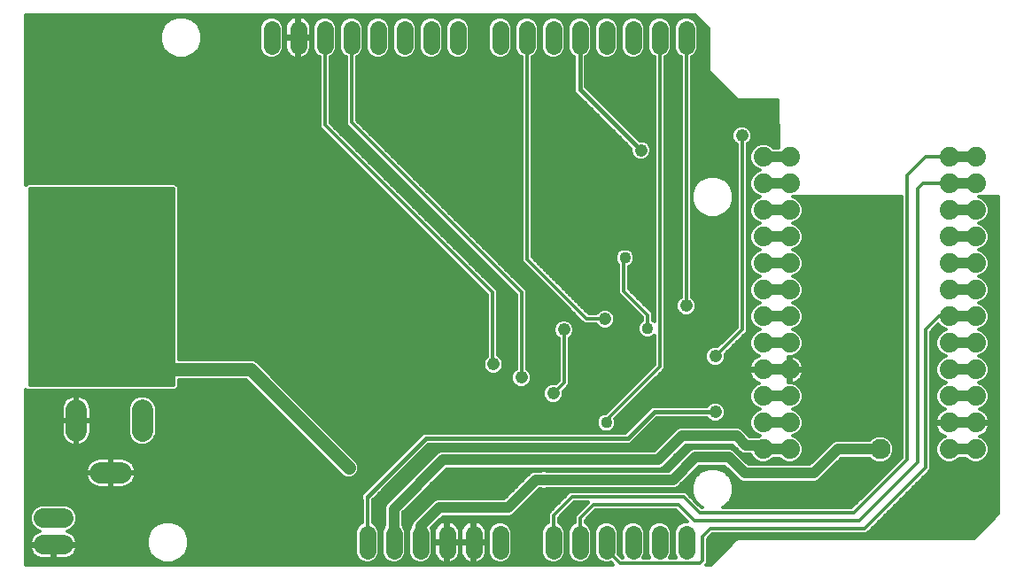
<source format=gbl>
G75*
G70*
%OFA0B0*%
%FSLAX24Y24*%
%IPPOS*%
%LPD*%
%AMOC8*
5,1,8,0,0,1.08239X$1,22.5*
%
%ADD10C,0.0640*%
%ADD11C,0.0740*%
%ADD12C,0.0787*%
%ADD13C,0.0740*%
%ADD14C,0.0400*%
%ADD15C,0.0476*%
%ADD16C,0.0760*%
%ADD17C,0.0120*%
%ADD18C,0.0436*%
%ADD19C,0.0500*%
%ADD20C,0.0160*%
D10*
X014400Y001230D02*
X014400Y001870D01*
X015400Y001870D02*
X015400Y001230D01*
X016400Y001230D02*
X016400Y001870D01*
X017400Y001870D02*
X017400Y001230D01*
X018400Y001230D02*
X018400Y001870D01*
X019400Y001870D02*
X019400Y001230D01*
X021400Y001230D02*
X021400Y001870D01*
X022400Y001870D02*
X022400Y001230D01*
X023400Y001230D02*
X023400Y001870D01*
X024400Y001870D02*
X024400Y001230D01*
X025400Y001230D02*
X025400Y001870D01*
X026400Y001870D02*
X026400Y001230D01*
X026400Y020230D02*
X026400Y020870D01*
X025400Y020870D02*
X025400Y020230D01*
X024400Y020230D02*
X024400Y020870D01*
X023400Y020870D02*
X023400Y020230D01*
X022400Y020230D02*
X022400Y020870D01*
X021400Y020870D02*
X021400Y020230D01*
X020400Y020230D02*
X020400Y020870D01*
X019400Y020870D02*
X019400Y020230D01*
X017800Y020230D02*
X017800Y020870D01*
X016800Y020870D02*
X016800Y020230D01*
X015800Y020230D02*
X015800Y020870D01*
X014800Y020870D02*
X014800Y020230D01*
X013800Y020230D02*
X013800Y020870D01*
X012800Y020870D02*
X012800Y020230D01*
X011800Y020230D02*
X011800Y020870D01*
X010800Y020870D02*
X010800Y020230D01*
D11*
X029300Y016050D03*
X030300Y016050D03*
X030300Y015050D03*
X029300Y015050D03*
X029300Y014050D03*
X030300Y014050D03*
X030300Y013050D03*
X029300Y013050D03*
X029300Y012050D03*
X030300Y012050D03*
X030300Y011050D03*
X029300Y011050D03*
X029300Y010050D03*
X030300Y010050D03*
X030300Y009050D03*
X029300Y009050D03*
X029300Y008050D03*
X030300Y008050D03*
X030300Y007050D03*
X029300Y007050D03*
X029300Y006050D03*
X030300Y006050D03*
X030300Y005050D03*
X029300Y005050D03*
X036300Y005050D03*
X037300Y005050D03*
X037300Y006050D03*
X036300Y006050D03*
X036300Y007050D03*
X037300Y007050D03*
X037300Y008050D03*
X036300Y008050D03*
X036300Y009050D03*
X037300Y009050D03*
X037300Y010050D03*
X036300Y010050D03*
X036300Y011050D03*
X037300Y011050D03*
X037300Y012050D03*
X036300Y012050D03*
X036300Y013050D03*
X037300Y013050D03*
X037300Y014050D03*
X036300Y014050D03*
X036300Y015050D03*
X037300Y015050D03*
X037300Y016050D03*
X036300Y016050D03*
D12*
X005933Y006528D02*
X005933Y005741D01*
X003453Y005741D02*
X003453Y006528D01*
X004358Y004166D02*
X005146Y004166D01*
D13*
X002970Y002450D02*
X002230Y002450D01*
X002230Y001450D02*
X002970Y001450D01*
D14*
X015400Y001550D02*
X015400Y002800D01*
X017250Y004650D01*
X024200Y004650D01*
X025350Y004650D01*
X026250Y005550D01*
X028300Y005550D01*
X028650Y005200D01*
X029150Y005200D01*
X029300Y005050D01*
X030300Y005050D01*
X031200Y004150D02*
X028600Y004150D01*
X028000Y004750D01*
X026750Y004750D01*
X025900Y003900D01*
X021050Y003900D01*
X020750Y003900D01*
X019700Y002850D01*
X017100Y002850D01*
X016400Y002150D01*
X016400Y001550D01*
X029300Y006050D02*
X030300Y006050D01*
X030300Y007050D02*
X029300Y007050D01*
X029300Y008050D02*
X030300Y008050D01*
X030300Y009050D02*
X029300Y009050D01*
X029300Y010050D02*
X030300Y010050D01*
X030300Y011050D02*
X029300Y011050D01*
X029300Y012050D02*
X030300Y012050D01*
X030300Y013050D02*
X029300Y013050D01*
X029300Y014050D02*
X030300Y014050D01*
X030300Y015050D02*
X029300Y015050D01*
X029300Y016050D02*
X030300Y016050D01*
X036300Y016050D02*
X037300Y016050D01*
X037300Y015050D02*
X036300Y015050D01*
X036300Y014050D02*
X037300Y014050D01*
X037300Y013050D02*
X036300Y013050D01*
X036300Y012050D02*
X037300Y012050D01*
X037300Y011050D02*
X036300Y011050D01*
X036300Y010050D02*
X037300Y010050D01*
X037300Y009050D02*
X036300Y009050D01*
X036300Y008050D02*
X037300Y008050D01*
X037300Y007050D02*
X036300Y007050D01*
X036300Y006050D02*
X037300Y006050D01*
X037300Y005050D02*
X036300Y005050D01*
X033700Y005050D02*
X032100Y005050D01*
X031200Y004150D01*
D15*
X027500Y006450D03*
X027500Y008550D03*
X026400Y010450D03*
X023350Y009950D03*
X021800Y009550D03*
X019150Y008250D03*
X020200Y007750D03*
X021400Y007150D03*
X024700Y016300D03*
X028500Y016850D03*
D16*
X033700Y005050D03*
D17*
X001560Y007307D02*
X001560Y000710D01*
X023657Y000710D01*
X023566Y000801D01*
X023491Y000770D01*
X023308Y000770D01*
X023139Y000840D01*
X023010Y000969D01*
X022940Y001138D01*
X022940Y001961D01*
X023010Y002131D01*
X023139Y002260D01*
X023308Y002330D01*
X023491Y002330D01*
X023661Y002260D01*
X023790Y002131D01*
X023860Y001961D01*
X023860Y001138D01*
X023841Y001092D01*
X023983Y000950D01*
X024029Y000950D01*
X024010Y000969D01*
X023940Y001138D01*
X023940Y001961D01*
X024010Y002131D01*
X024139Y002260D01*
X024308Y002330D01*
X024491Y002330D01*
X024661Y002260D01*
X024790Y002131D01*
X024860Y001961D01*
X024860Y001138D01*
X024790Y000969D01*
X024771Y000950D01*
X025029Y000950D01*
X025010Y000969D01*
X024940Y001138D01*
X024940Y001961D01*
X025010Y002131D01*
X025139Y002260D01*
X025308Y002330D01*
X025491Y002330D01*
X025661Y002260D01*
X025790Y002131D01*
X025860Y001961D01*
X025860Y001138D01*
X025790Y000969D01*
X025771Y000950D01*
X026029Y000950D01*
X026010Y000969D01*
X025940Y001138D01*
X025940Y001961D01*
X026010Y002131D01*
X026139Y002260D01*
X026308Y002330D01*
X026437Y002330D01*
X026017Y002750D01*
X022983Y002750D01*
X022600Y002367D01*
X022600Y002285D01*
X022661Y002260D01*
X022790Y002131D01*
X022860Y001961D01*
X022860Y001138D01*
X022790Y000969D01*
X022661Y000840D01*
X022491Y000770D01*
X022308Y000770D01*
X022139Y000840D01*
X022010Y000969D01*
X021940Y001138D01*
X021940Y001961D01*
X022010Y002131D01*
X022139Y002260D01*
X022200Y002285D01*
X022200Y002533D01*
X022700Y003033D01*
X022717Y003050D01*
X022183Y003050D01*
X021600Y002467D01*
X021600Y002285D01*
X021661Y002260D01*
X021790Y002131D01*
X021860Y001961D01*
X021860Y001138D01*
X021790Y000969D01*
X021661Y000840D01*
X021491Y000770D01*
X021308Y000770D01*
X021139Y000840D01*
X021010Y000969D01*
X020940Y001138D01*
X020940Y001961D01*
X021010Y002131D01*
X021139Y002260D01*
X021200Y002285D01*
X021200Y002633D01*
X021317Y002750D01*
X022017Y003450D01*
X026383Y003450D01*
X026500Y003333D01*
X026983Y002850D01*
X027026Y002850D01*
X026953Y002880D01*
X026730Y003103D01*
X026610Y003393D01*
X026610Y003707D01*
X026730Y003997D01*
X026953Y004220D01*
X027243Y004340D01*
X027557Y004340D01*
X027847Y004220D01*
X028070Y003997D01*
X028190Y003707D01*
X028190Y003393D01*
X028070Y003103D01*
X027847Y002880D01*
X027774Y002850D01*
X032617Y002850D01*
X034500Y004733D01*
X034500Y014550D01*
X030426Y014550D01*
X030589Y014482D01*
X030732Y014339D01*
X030810Y014151D01*
X030810Y013949D01*
X030732Y013761D01*
X030589Y013618D01*
X030426Y013550D01*
X030589Y013482D01*
X030732Y013339D01*
X030810Y013151D01*
X030810Y012949D01*
X030732Y012761D01*
X030589Y012618D01*
X030426Y012550D01*
X030589Y012482D01*
X030732Y012339D01*
X030810Y012151D01*
X030810Y011949D01*
X030732Y011761D01*
X030589Y011618D01*
X030426Y011550D01*
X030589Y011482D01*
X030732Y011339D01*
X030810Y011151D01*
X030810Y010949D01*
X030732Y010761D01*
X030589Y010618D01*
X030426Y010550D01*
X030589Y010482D01*
X030732Y010339D01*
X030810Y010151D01*
X030810Y009949D01*
X030732Y009761D01*
X030589Y009618D01*
X030426Y009550D01*
X030589Y009482D01*
X030732Y009339D01*
X030810Y009151D01*
X030810Y008949D01*
X030732Y008761D01*
X030589Y008618D01*
X030448Y008559D01*
X030503Y008541D01*
X030578Y008503D01*
X030645Y008454D01*
X030704Y008395D01*
X030753Y008328D01*
X030791Y008253D01*
X030817Y008174D01*
X030830Y008092D01*
X030830Y008090D01*
X030340Y008090D01*
X030260Y008090D01*
X030260Y008540D01*
X030340Y008540D01*
X030340Y008090D01*
X030340Y008010D01*
X030830Y008010D01*
X030830Y008008D01*
X030817Y007926D01*
X030791Y007847D01*
X030753Y007772D01*
X030704Y007705D01*
X030645Y007646D01*
X030578Y007597D01*
X030503Y007559D01*
X030448Y007541D01*
X030589Y007482D01*
X030732Y007339D01*
X030810Y007151D01*
X030810Y006949D01*
X034500Y006949D01*
X034500Y006831D02*
X030761Y006831D01*
X030732Y006761D02*
X030810Y006949D01*
X030810Y007068D02*
X034500Y007068D01*
X034500Y007186D02*
X030796Y007186D01*
X030747Y007305D02*
X034500Y007305D01*
X034500Y007423D02*
X030648Y007423D01*
X030450Y007542D02*
X034500Y007542D01*
X034500Y007660D02*
X030660Y007660D01*
X030757Y007779D02*
X034500Y007779D01*
X034500Y007897D02*
X030808Y007897D01*
X030823Y008134D02*
X034500Y008134D01*
X034500Y008016D02*
X030340Y008016D01*
X030340Y008010D02*
X030340Y007560D01*
X030260Y007560D01*
X030260Y008010D01*
X029340Y008010D01*
X029340Y008090D01*
X029770Y008090D01*
X030260Y008090D01*
X030260Y008010D01*
X030340Y008010D01*
X030260Y008016D02*
X029340Y008016D01*
X029260Y008016D02*
X025548Y008016D01*
X025600Y008067D02*
X025600Y019815D01*
X025661Y019840D01*
X025790Y019969D01*
X025860Y020138D01*
X025860Y020961D01*
X025790Y021131D01*
X025661Y021260D01*
X025491Y021330D01*
X025308Y021330D01*
X025139Y021260D01*
X025010Y021131D01*
X024940Y020961D01*
X024940Y020138D01*
X025010Y019969D01*
X025139Y019840D01*
X025200Y019815D01*
X025200Y009856D01*
X025153Y009904D01*
X025150Y009905D01*
X025150Y010183D01*
X024250Y011083D01*
X024250Y011925D01*
X024303Y011946D01*
X024404Y012047D01*
X024458Y012179D01*
X024458Y012321D01*
X024404Y012453D01*
X024303Y012554D01*
X024171Y012608D01*
X024029Y012608D01*
X023897Y012554D01*
X023796Y012453D01*
X023742Y012321D01*
X023742Y012179D01*
X023796Y012047D01*
X023850Y011994D01*
X023850Y010917D01*
X023967Y010800D01*
X024750Y010017D01*
X024750Y009905D01*
X024747Y009904D01*
X024646Y009803D01*
X024592Y009671D01*
X024592Y009529D01*
X024646Y009397D01*
X024747Y009296D01*
X024879Y009242D01*
X025021Y009242D01*
X025153Y009296D01*
X025200Y009344D01*
X025200Y008233D01*
X023375Y006408D01*
X023329Y006408D01*
X023197Y006354D01*
X023096Y006253D01*
X023042Y006121D01*
X023042Y005979D01*
X023096Y005847D01*
X023197Y005746D01*
X023329Y005692D01*
X023471Y005692D01*
X023603Y005746D01*
X023704Y005847D01*
X023758Y005979D01*
X023758Y006121D01*
X023728Y006195D01*
X025600Y008067D01*
X025600Y008134D02*
X028777Y008134D01*
X028783Y008174D02*
X028770Y008092D01*
X028770Y008090D01*
X029260Y008090D01*
X029260Y008010D01*
X028770Y008010D01*
X028770Y008008D01*
X028783Y007926D01*
X028809Y007847D01*
X028847Y007772D01*
X028896Y007705D01*
X028955Y007646D01*
X029022Y007597D01*
X029097Y007559D01*
X029152Y007541D01*
X029011Y007482D01*
X028868Y007339D01*
X028790Y007151D01*
X028790Y006949D01*
X024482Y006949D01*
X024600Y007068D02*
X028790Y007068D01*
X028804Y007186D02*
X024719Y007186D01*
X024837Y007305D02*
X028853Y007305D01*
X028952Y007423D02*
X024956Y007423D01*
X025074Y007542D02*
X029150Y007542D01*
X028940Y007660D02*
X025193Y007660D01*
X025311Y007779D02*
X028843Y007779D01*
X028792Y007897D02*
X025430Y007897D01*
X025400Y008150D02*
X023400Y006150D01*
X023400Y006050D01*
X023718Y005883D02*
X024321Y005883D01*
X024440Y006001D02*
X023758Y006001D01*
X023758Y006120D02*
X024558Y006120D01*
X024677Y006238D02*
X023771Y006238D01*
X023889Y006357D02*
X024795Y006357D01*
X024914Y006475D02*
X024008Y006475D01*
X024126Y006594D02*
X025032Y006594D01*
X024980Y006541D02*
X024109Y005670D01*
X016509Y005670D01*
X016380Y005541D01*
X014180Y003341D01*
X014180Y003159D01*
X014200Y003139D01*
X014200Y002285D01*
X014139Y002260D01*
X014010Y002131D01*
X013940Y001961D01*
X013940Y001138D01*
X014010Y000969D01*
X014139Y000840D01*
X014308Y000770D01*
X014491Y000770D01*
X014661Y000840D01*
X014790Y000969D01*
X014860Y001138D01*
X014860Y001961D01*
X014790Y002131D01*
X014661Y002260D01*
X014600Y002285D01*
X014600Y003139D01*
X016691Y005230D01*
X024291Y005230D01*
X025291Y006230D01*
X027186Y006230D01*
X027286Y006130D01*
X027425Y006072D01*
X027575Y006072D01*
X027714Y006130D01*
X027820Y006236D01*
X027878Y006375D01*
X027878Y006525D01*
X027820Y006664D01*
X027714Y006770D01*
X027575Y006828D01*
X027425Y006828D01*
X027286Y006770D01*
X027186Y006670D01*
X025109Y006670D01*
X024980Y006541D01*
X025181Y006120D02*
X027311Y006120D01*
X027689Y006120D02*
X028790Y006120D01*
X028790Y006151D02*
X028790Y005949D01*
X028868Y005761D01*
X029011Y005618D01*
X029174Y005550D01*
X029150Y005540D01*
X028791Y005540D01*
X028493Y005838D01*
X028368Y005890D01*
X026182Y005890D01*
X026057Y005838D01*
X025962Y005743D01*
X025209Y004990D01*
X024315Y004990D01*
X024271Y005008D01*
X024129Y005008D01*
X024085Y004990D01*
X017182Y004990D01*
X017057Y004938D01*
X016962Y004843D01*
X015112Y002993D01*
X015060Y002868D01*
X015060Y002181D01*
X015010Y002131D01*
X014940Y001961D01*
X014940Y001138D01*
X015010Y000969D01*
X015139Y000840D01*
X015308Y000770D01*
X015491Y000770D01*
X015661Y000840D01*
X015790Y000969D01*
X015860Y001138D01*
X015860Y001961D01*
X015790Y002131D01*
X015740Y002181D01*
X015740Y002659D01*
X017391Y004310D01*
X024085Y004310D01*
X024129Y004292D01*
X024271Y004292D01*
X024315Y004310D01*
X025418Y004310D01*
X025543Y004362D01*
X026391Y005210D01*
X028159Y005210D01*
X028362Y005007D01*
X028457Y004912D01*
X028582Y004860D01*
X028827Y004860D01*
X028868Y004761D01*
X029011Y004618D01*
X029199Y004540D01*
X029401Y004540D01*
X029589Y004618D01*
X029681Y004710D01*
X029919Y004710D01*
X030011Y004618D01*
X030199Y004540D01*
X030401Y004540D01*
X030589Y004618D01*
X030732Y004761D01*
X030810Y004949D01*
X030810Y005151D01*
X030732Y005339D01*
X030589Y005482D01*
X030426Y005550D01*
X030589Y005618D01*
X030732Y005761D01*
X030810Y005949D01*
X030810Y006151D01*
X030732Y006339D01*
X030589Y006482D01*
X030426Y006550D01*
X030589Y006618D01*
X030732Y006761D01*
X030683Y006712D02*
X034500Y006712D01*
X034500Y006594D02*
X030531Y006594D01*
X030596Y006475D02*
X034500Y006475D01*
X034500Y006357D02*
X030715Y006357D01*
X030774Y006238D02*
X034500Y006238D01*
X034500Y006120D02*
X030810Y006120D01*
X030810Y006001D02*
X034500Y006001D01*
X034500Y005883D02*
X030783Y005883D01*
X030734Y005764D02*
X034500Y005764D01*
X034500Y005646D02*
X030617Y005646D01*
X030481Y005527D02*
X033493Y005527D01*
X033405Y005491D02*
X033597Y005570D01*
X033803Y005570D01*
X033995Y005491D01*
X034141Y005345D01*
X034220Y005153D01*
X034220Y004947D01*
X034141Y004755D01*
X033995Y004609D01*
X033803Y004530D01*
X033597Y004530D01*
X033405Y004609D01*
X033305Y004710D01*
X032241Y004710D01*
X031488Y003957D01*
X031393Y003862D01*
X031268Y003810D01*
X028532Y003810D01*
X028407Y003862D01*
X027859Y004410D01*
X026891Y004410D01*
X026188Y003707D01*
X026093Y003612D01*
X025968Y003560D01*
X021165Y003560D01*
X021121Y003542D01*
X020979Y003542D01*
X020935Y003560D01*
X020891Y003560D01*
X019988Y002657D01*
X019893Y002562D01*
X019768Y002510D01*
X017241Y002510D01*
X016811Y002080D01*
X016860Y001961D01*
X016860Y001138D01*
X016790Y000969D01*
X016661Y000840D01*
X016491Y000770D01*
X016308Y000770D01*
X016139Y000840D01*
X016010Y000969D01*
X015940Y001138D01*
X015940Y001961D01*
X016010Y002131D01*
X016060Y002181D01*
X016060Y002218D01*
X016112Y002343D01*
X016207Y002438D01*
X016907Y003138D01*
X017032Y003190D01*
X019559Y003190D01*
X020557Y004188D01*
X020682Y004240D01*
X020935Y004240D01*
X020979Y004258D01*
X021121Y004258D01*
X021165Y004240D01*
X025759Y004240D01*
X026557Y005038D01*
X026682Y005090D01*
X028068Y005090D01*
X028193Y005038D01*
X028741Y004490D01*
X031059Y004490D01*
X031812Y005243D01*
X031907Y005338D01*
X032032Y005390D01*
X033305Y005390D01*
X033405Y005491D01*
X033323Y005409D02*
X030663Y005409D01*
X030753Y005290D02*
X031859Y005290D01*
X031741Y005172D02*
X030802Y005172D01*
X030810Y005053D02*
X031622Y005053D01*
X031504Y004935D02*
X030804Y004935D01*
X030755Y004816D02*
X031385Y004816D01*
X031267Y004698D02*
X030669Y004698D01*
X030496Y004579D02*
X031148Y004579D01*
X031636Y004105D02*
X033872Y004105D01*
X033754Y003987D02*
X031517Y003987D01*
X031399Y003868D02*
X033635Y003868D01*
X033517Y003750D02*
X028172Y003750D01*
X028190Y003631D02*
X033398Y003631D01*
X033280Y003513D02*
X028190Y003513D01*
X028190Y003394D02*
X033161Y003394D01*
X033043Y003276D02*
X028141Y003276D01*
X028092Y003157D02*
X032924Y003157D01*
X032806Y003039D02*
X028006Y003039D01*
X027887Y002920D02*
X032687Y002920D01*
X032700Y002650D02*
X026900Y002650D01*
X026300Y003250D01*
X022100Y003250D01*
X021400Y002550D01*
X021400Y001550D01*
X021860Y001498D02*
X021940Y001498D01*
X021940Y001380D02*
X021860Y001380D01*
X021860Y001261D02*
X021940Y001261D01*
X021940Y001143D02*
X021860Y001143D01*
X021813Y001024D02*
X021987Y001024D01*
X022074Y000906D02*
X021726Y000906D01*
X021533Y000787D02*
X022267Y000787D01*
X022533Y000787D02*
X023267Y000787D01*
X023074Y000906D02*
X022726Y000906D01*
X022813Y001024D02*
X022987Y001024D01*
X022940Y001143D02*
X022860Y001143D01*
X022860Y001261D02*
X022940Y001261D01*
X022940Y001380D02*
X022860Y001380D01*
X022860Y001498D02*
X022940Y001498D01*
X022940Y001617D02*
X022860Y001617D01*
X022860Y001735D02*
X022940Y001735D01*
X022940Y001854D02*
X022860Y001854D01*
X022856Y001972D02*
X022944Y001972D01*
X022993Y002091D02*
X022807Y002091D01*
X022712Y002209D02*
X023088Y002209D01*
X023302Y002328D02*
X022600Y002328D01*
X022679Y002446D02*
X026321Y002446D01*
X026302Y002328D02*
X025498Y002328D01*
X025302Y002328D02*
X024498Y002328D01*
X024302Y002328D02*
X023498Y002328D01*
X023712Y002209D02*
X024088Y002209D01*
X023993Y002091D02*
X023807Y002091D01*
X023856Y001972D02*
X023944Y001972D01*
X023940Y001854D02*
X023860Y001854D01*
X023860Y001735D02*
X023940Y001735D01*
X023940Y001617D02*
X023860Y001617D01*
X023860Y001498D02*
X023940Y001498D01*
X023940Y001380D02*
X023860Y001380D01*
X023860Y001261D02*
X023940Y001261D01*
X023940Y001143D02*
X023860Y001143D01*
X023909Y001024D02*
X023987Y001024D01*
X023900Y000750D02*
X023500Y001150D01*
X023500Y001450D01*
X023400Y001550D01*
X022400Y001550D02*
X022400Y002450D01*
X022900Y002950D01*
X026100Y002950D01*
X026700Y002350D01*
X032900Y002350D01*
X035100Y004550D01*
X035100Y014850D01*
X035300Y015050D01*
X036300Y015050D01*
X037426Y014550D02*
X038140Y014550D01*
X038140Y002616D01*
X037234Y001710D01*
X028334Y001710D01*
X028240Y001616D01*
X027334Y000710D01*
X027143Y000710D01*
X027200Y000767D01*
X027200Y001667D01*
X027383Y001850D01*
X033183Y001850D01*
X033300Y001967D01*
X035600Y004267D01*
X035600Y009467D01*
X035881Y009748D01*
X036011Y009618D01*
X036174Y009550D01*
X036011Y009482D01*
X035868Y009339D01*
X035790Y009151D01*
X035790Y008949D01*
X035868Y008761D01*
X036011Y008618D01*
X036174Y008550D01*
X036011Y008482D01*
X035868Y008339D01*
X035790Y008151D01*
X035790Y007949D01*
X035868Y007761D01*
X036011Y007618D01*
X036174Y007550D01*
X036011Y007482D01*
X035868Y007339D01*
X035790Y007151D01*
X035790Y006949D01*
X035600Y006949D01*
X035600Y006831D02*
X035839Y006831D01*
X035868Y006761D02*
X036011Y006618D01*
X036152Y006559D01*
X036097Y006541D01*
X036022Y006503D01*
X035955Y006454D01*
X035896Y006395D01*
X035847Y006328D01*
X035809Y006253D01*
X035783Y006174D01*
X035770Y006092D01*
X035770Y006090D01*
X036260Y006090D01*
X036260Y006010D01*
X035770Y006010D01*
X035770Y006008D01*
X035783Y005926D01*
X035809Y005847D01*
X035847Y005772D01*
X035896Y005705D01*
X035955Y005646D01*
X036022Y005597D01*
X036097Y005559D01*
X036152Y005541D01*
X036011Y005482D01*
X035868Y005339D01*
X035790Y005151D01*
X035790Y004949D01*
X035868Y004761D01*
X036011Y004618D01*
X036199Y004540D01*
X036401Y004540D01*
X036589Y004618D01*
X036681Y004710D01*
X036919Y004710D01*
X037011Y004618D01*
X037199Y004540D01*
X037401Y004540D01*
X037589Y004618D01*
X037732Y004761D01*
X037810Y004949D01*
X037810Y005151D01*
X037732Y005339D01*
X037589Y005482D01*
X037448Y005541D01*
X037503Y005559D01*
X037578Y005597D01*
X037645Y005646D01*
X037704Y005705D01*
X037753Y005772D01*
X037791Y005847D01*
X037817Y005926D01*
X037830Y006008D01*
X037830Y006010D01*
X037340Y006010D01*
X037340Y006090D01*
X037830Y006090D01*
X037830Y006092D01*
X037817Y006174D01*
X037791Y006253D01*
X037753Y006328D01*
X037704Y006395D01*
X037645Y006454D01*
X037578Y006503D01*
X037503Y006541D01*
X037448Y006559D01*
X037589Y006618D01*
X037732Y006761D01*
X037810Y006949D01*
X038140Y006949D01*
X038140Y006831D02*
X037761Y006831D01*
X037810Y006949D02*
X037810Y007151D01*
X037732Y007339D01*
X037589Y007482D01*
X037426Y007550D01*
X037589Y007618D01*
X037732Y007761D01*
X037810Y007949D01*
X037810Y008151D01*
X037732Y008339D01*
X037589Y008482D01*
X037426Y008550D01*
X037589Y008618D01*
X037732Y008761D01*
X037810Y008949D01*
X037810Y009151D01*
X037732Y009339D01*
X037589Y009482D01*
X037426Y009550D01*
X037589Y009618D01*
X037732Y009761D01*
X037810Y009949D01*
X037810Y010151D01*
X037732Y010339D01*
X037589Y010482D01*
X037426Y010550D01*
X037589Y010618D01*
X037732Y010761D01*
X037810Y010949D01*
X037810Y011151D01*
X037732Y011339D01*
X037589Y011482D01*
X037426Y011550D01*
X037589Y011618D01*
X037732Y011761D01*
X037810Y011949D01*
X037810Y012151D01*
X037732Y012339D01*
X037589Y012482D01*
X037426Y012550D01*
X037589Y012618D01*
X037732Y012761D01*
X037810Y012949D01*
X037810Y013151D01*
X037732Y013339D01*
X037589Y013482D01*
X037426Y013550D01*
X037589Y013618D01*
X037732Y013761D01*
X037810Y013949D01*
X037810Y014151D01*
X037732Y014339D01*
X037589Y014482D01*
X037426Y014550D01*
X037426Y014550D01*
X037467Y014533D02*
X038140Y014533D01*
X038140Y014415D02*
X037657Y014415D01*
X037750Y014296D02*
X038140Y014296D01*
X038140Y014178D02*
X037799Y014178D01*
X037810Y014059D02*
X038140Y014059D01*
X038140Y013941D02*
X037807Y013941D01*
X037758Y013822D02*
X038140Y013822D01*
X038140Y013704D02*
X037675Y013704D01*
X037510Y013585D02*
X038140Y013585D01*
X038140Y013467D02*
X037605Y013467D01*
X037723Y013348D02*
X038140Y013348D01*
X038140Y013230D02*
X037778Y013230D01*
X037810Y013111D02*
X038140Y013111D01*
X038140Y012993D02*
X037810Y012993D01*
X037779Y012874D02*
X038140Y012874D01*
X038140Y012756D02*
X037727Y012756D01*
X037608Y012637D02*
X038140Y012637D01*
X038140Y012519D02*
X037502Y012519D01*
X037671Y012400D02*
X038140Y012400D01*
X038140Y012282D02*
X037756Y012282D01*
X037805Y012163D02*
X038140Y012163D01*
X038140Y012045D02*
X037810Y012045D01*
X037801Y011926D02*
X038140Y011926D01*
X038140Y011808D02*
X037752Y011808D01*
X037660Y011689D02*
X038140Y011689D01*
X038140Y011571D02*
X037475Y011571D01*
X037619Y011452D02*
X038140Y011452D01*
X038140Y011334D02*
X037735Y011334D01*
X037784Y011215D02*
X038140Y011215D01*
X038140Y011097D02*
X037810Y011097D01*
X037810Y010978D02*
X038140Y010978D01*
X038140Y010860D02*
X037773Y010860D01*
X037712Y010741D02*
X038140Y010741D01*
X038140Y010623D02*
X037594Y010623D01*
X037537Y010504D02*
X038140Y010504D01*
X038140Y010386D02*
X037686Y010386D01*
X037762Y010267D02*
X038140Y010267D01*
X038140Y010149D02*
X037810Y010149D01*
X037810Y010030D02*
X038140Y010030D01*
X038140Y009912D02*
X037795Y009912D01*
X037746Y009793D02*
X038140Y009793D01*
X038140Y009675D02*
X037646Y009675D01*
X037440Y009556D02*
X038140Y009556D01*
X038140Y009438D02*
X037634Y009438D01*
X037741Y009319D02*
X038140Y009319D01*
X038140Y009201D02*
X037790Y009201D01*
X037810Y009082D02*
X038140Y009082D01*
X038140Y008964D02*
X037810Y008964D01*
X037767Y008845D02*
X038140Y008845D01*
X038140Y008727D02*
X037698Y008727D01*
X037566Y008608D02*
X038140Y008608D01*
X038140Y008490D02*
X037572Y008490D01*
X037700Y008371D02*
X038140Y008371D01*
X038140Y008253D02*
X037768Y008253D01*
X037810Y008134D02*
X038140Y008134D01*
X038140Y008016D02*
X037810Y008016D01*
X037789Y007897D02*
X038140Y007897D01*
X038140Y007779D02*
X037740Y007779D01*
X037631Y007660D02*
X038140Y007660D01*
X038140Y007542D02*
X037446Y007542D01*
X037648Y007423D02*
X038140Y007423D01*
X038140Y007305D02*
X037747Y007305D01*
X037796Y007186D02*
X038140Y007186D01*
X038140Y007068D02*
X037810Y007068D01*
X037683Y006712D02*
X038140Y006712D01*
X038140Y006594D02*
X037531Y006594D01*
X037617Y006475D02*
X038140Y006475D01*
X038140Y006357D02*
X037732Y006357D01*
X037796Y006238D02*
X038140Y006238D01*
X038140Y006120D02*
X037826Y006120D01*
X037829Y006001D02*
X038140Y006001D01*
X038140Y005883D02*
X037803Y005883D01*
X037747Y005764D02*
X038140Y005764D01*
X038140Y005646D02*
X037645Y005646D01*
X037481Y005527D02*
X038140Y005527D01*
X038140Y005409D02*
X037663Y005409D01*
X037753Y005290D02*
X038140Y005290D01*
X038140Y005172D02*
X037802Y005172D01*
X037810Y005053D02*
X038140Y005053D01*
X038140Y004935D02*
X037804Y004935D01*
X037755Y004816D02*
X038140Y004816D01*
X038140Y004698D02*
X037669Y004698D01*
X037496Y004579D02*
X038140Y004579D01*
X038140Y004461D02*
X035600Y004461D01*
X035600Y004579D02*
X036104Y004579D01*
X035931Y004698D02*
X035600Y004698D01*
X035600Y004816D02*
X035845Y004816D01*
X035796Y004935D02*
X035600Y004935D01*
X035600Y005053D02*
X035790Y005053D01*
X035798Y005172D02*
X035600Y005172D01*
X035600Y005290D02*
X035847Y005290D01*
X035937Y005409D02*
X035600Y005409D01*
X035600Y005527D02*
X036119Y005527D01*
X035955Y005646D02*
X035600Y005646D01*
X035600Y005764D02*
X035853Y005764D01*
X035797Y005883D02*
X035600Y005883D01*
X035600Y006001D02*
X035771Y006001D01*
X035774Y006120D02*
X035600Y006120D01*
X035600Y006238D02*
X035804Y006238D01*
X035868Y006357D02*
X035600Y006357D01*
X035600Y006475D02*
X035983Y006475D01*
X036069Y006594D02*
X035600Y006594D01*
X035600Y006712D02*
X035917Y006712D01*
X035868Y006761D02*
X035790Y006949D01*
X035790Y007068D02*
X035600Y007068D01*
X035600Y007186D02*
X035804Y007186D01*
X035853Y007305D02*
X035600Y007305D01*
X035600Y007423D02*
X035952Y007423D01*
X036154Y007542D02*
X035600Y007542D01*
X035600Y007660D02*
X035969Y007660D01*
X035860Y007779D02*
X035600Y007779D01*
X035600Y007897D02*
X035811Y007897D01*
X035790Y008016D02*
X035600Y008016D01*
X035600Y008134D02*
X035790Y008134D01*
X035832Y008253D02*
X035600Y008253D01*
X035600Y008371D02*
X035900Y008371D01*
X036028Y008490D02*
X035600Y008490D01*
X035600Y008608D02*
X036034Y008608D01*
X035902Y008727D02*
X035600Y008727D01*
X035600Y008845D02*
X035833Y008845D01*
X035790Y008964D02*
X035600Y008964D01*
X035600Y009082D02*
X035790Y009082D01*
X035810Y009201D02*
X035600Y009201D01*
X035600Y009319D02*
X035859Y009319D01*
X035966Y009438D02*
X035600Y009438D01*
X035689Y009556D02*
X036160Y009556D01*
X035954Y009675D02*
X035807Y009675D01*
X035900Y010050D02*
X035400Y009550D01*
X035400Y004350D01*
X033100Y002050D01*
X027300Y002050D01*
X027000Y001750D01*
X027000Y000850D01*
X026900Y000750D01*
X023900Y000750D01*
X023580Y000787D02*
X023533Y000787D01*
X024813Y001024D02*
X024987Y001024D01*
X024940Y001143D02*
X024860Y001143D01*
X024860Y001261D02*
X024940Y001261D01*
X024940Y001380D02*
X024860Y001380D01*
X024860Y001498D02*
X024940Y001498D01*
X024940Y001617D02*
X024860Y001617D01*
X024860Y001735D02*
X024940Y001735D01*
X024940Y001854D02*
X024860Y001854D01*
X024856Y001972D02*
X024944Y001972D01*
X024993Y002091D02*
X024807Y002091D01*
X024712Y002209D02*
X025088Y002209D01*
X025712Y002209D02*
X026088Y002209D01*
X025993Y002091D02*
X025807Y002091D01*
X025856Y001972D02*
X025944Y001972D01*
X025940Y001854D02*
X025860Y001854D01*
X025860Y001735D02*
X025940Y001735D01*
X025940Y001617D02*
X025860Y001617D01*
X025860Y001498D02*
X025940Y001498D01*
X025940Y001380D02*
X025860Y001380D01*
X025860Y001261D02*
X025940Y001261D01*
X025940Y001143D02*
X025860Y001143D01*
X025813Y001024D02*
X025987Y001024D01*
X027200Y001024D02*
X027648Y001024D01*
X027766Y001143D02*
X027200Y001143D01*
X027200Y001261D02*
X027885Y001261D01*
X028003Y001380D02*
X027200Y001380D01*
X027200Y001498D02*
X028122Y001498D01*
X028240Y001616D02*
X028240Y001616D01*
X028240Y001617D02*
X027200Y001617D01*
X027268Y001735D02*
X037259Y001735D01*
X037377Y001854D02*
X033186Y001854D01*
X033305Y001972D02*
X037496Y001972D01*
X037614Y002091D02*
X033423Y002091D01*
X033542Y002209D02*
X037733Y002209D01*
X037851Y002328D02*
X033660Y002328D01*
X033779Y002446D02*
X037970Y002446D01*
X038088Y002565D02*
X033897Y002565D01*
X034016Y002683D02*
X038140Y002683D01*
X038140Y002802D02*
X034134Y002802D01*
X034253Y002920D02*
X038140Y002920D01*
X038140Y003039D02*
X034371Y003039D01*
X034490Y003157D02*
X038140Y003157D01*
X038140Y003276D02*
X034608Y003276D01*
X034727Y003394D02*
X038140Y003394D01*
X038140Y003513D02*
X034845Y003513D01*
X034964Y003631D02*
X038140Y003631D01*
X038140Y003750D02*
X035082Y003750D01*
X035201Y003868D02*
X038140Y003868D01*
X038140Y003987D02*
X035319Y003987D01*
X035438Y004105D02*
X038140Y004105D01*
X038140Y004224D02*
X035556Y004224D01*
X035600Y004342D02*
X038140Y004342D01*
X037104Y004579D02*
X036496Y004579D01*
X036669Y004698D02*
X036931Y004698D01*
X034700Y004650D02*
X032700Y002650D01*
X031754Y004224D02*
X033991Y004224D01*
X034109Y004342D02*
X031873Y004342D01*
X031991Y004461D02*
X034228Y004461D01*
X034346Y004579D02*
X033922Y004579D01*
X034083Y004698D02*
X034465Y004698D01*
X034500Y004816D02*
X034166Y004816D01*
X034215Y004935D02*
X034500Y004935D01*
X034500Y005053D02*
X034220Y005053D01*
X034213Y005172D02*
X034500Y005172D01*
X034500Y005290D02*
X034163Y005290D01*
X034077Y005409D02*
X034500Y005409D01*
X034500Y005527D02*
X033907Y005527D01*
X033317Y004698D02*
X032228Y004698D01*
X032110Y004579D02*
X033478Y004579D01*
X034700Y004650D02*
X034700Y015350D01*
X035400Y016050D01*
X036300Y016050D01*
X034500Y014533D02*
X030467Y014533D01*
X030657Y014415D02*
X034500Y014415D01*
X034500Y014296D02*
X030750Y014296D01*
X030799Y014178D02*
X034500Y014178D01*
X034500Y014059D02*
X030810Y014059D01*
X030807Y013941D02*
X034500Y013941D01*
X034500Y013822D02*
X030758Y013822D01*
X030675Y013704D02*
X034500Y013704D01*
X034500Y013585D02*
X030510Y013585D01*
X030605Y013467D02*
X034500Y013467D01*
X034500Y013348D02*
X030723Y013348D01*
X030778Y013230D02*
X034500Y013230D01*
X034500Y013111D02*
X030810Y013111D01*
X030810Y012993D02*
X034500Y012993D01*
X034500Y012874D02*
X030779Y012874D01*
X030727Y012756D02*
X034500Y012756D01*
X034500Y012637D02*
X030608Y012637D01*
X030502Y012519D02*
X034500Y012519D01*
X034500Y012400D02*
X030671Y012400D01*
X030756Y012282D02*
X034500Y012282D01*
X034500Y012163D02*
X030805Y012163D01*
X030810Y012045D02*
X034500Y012045D01*
X034500Y011926D02*
X030801Y011926D01*
X030752Y011808D02*
X034500Y011808D01*
X034500Y011689D02*
X030660Y011689D01*
X030475Y011571D02*
X034500Y011571D01*
X034500Y011452D02*
X030619Y011452D01*
X030735Y011334D02*
X034500Y011334D01*
X034500Y011215D02*
X030784Y011215D01*
X030810Y011097D02*
X034500Y011097D01*
X034500Y010978D02*
X030810Y010978D01*
X030773Y010860D02*
X034500Y010860D01*
X034500Y010741D02*
X030712Y010741D01*
X030594Y010623D02*
X034500Y010623D01*
X034500Y010504D02*
X030537Y010504D01*
X030686Y010386D02*
X034500Y010386D01*
X034500Y010267D02*
X030762Y010267D01*
X030810Y010149D02*
X034500Y010149D01*
X034500Y010030D02*
X030810Y010030D01*
X030795Y009912D02*
X034500Y009912D01*
X034500Y009793D02*
X030746Y009793D01*
X030646Y009675D02*
X034500Y009675D01*
X034500Y009556D02*
X030440Y009556D01*
X030634Y009438D02*
X034500Y009438D01*
X034500Y009319D02*
X030741Y009319D01*
X030790Y009201D02*
X034500Y009201D01*
X034500Y009082D02*
X030810Y009082D01*
X030810Y008964D02*
X034500Y008964D01*
X034500Y008845D02*
X030767Y008845D01*
X030698Y008727D02*
X034500Y008727D01*
X034500Y008608D02*
X030566Y008608D01*
X030597Y008490D02*
X034500Y008490D01*
X034500Y008371D02*
X030722Y008371D01*
X030791Y008253D02*
X034500Y008253D01*
X035900Y010050D02*
X036300Y010050D01*
X030340Y008490D02*
X030260Y008490D01*
X030260Y008371D02*
X030340Y008371D01*
X030340Y008253D02*
X030260Y008253D01*
X030260Y008134D02*
X030340Y008134D01*
X030340Y007897D02*
X030260Y007897D01*
X030260Y007779D02*
X030340Y007779D01*
X030340Y007660D02*
X030260Y007660D01*
X029152Y008559D02*
X029097Y008541D01*
X029022Y008503D01*
X028955Y008454D01*
X028896Y008395D01*
X028847Y008328D01*
X028809Y008253D01*
X028783Y008174D01*
X028809Y008253D02*
X027737Y008253D01*
X027714Y008230D02*
X027820Y008336D01*
X027878Y008475D01*
X027878Y008625D01*
X027872Y008639D01*
X028700Y009467D01*
X028700Y016524D01*
X028714Y016530D01*
X028820Y016636D01*
X028878Y016775D01*
X028878Y016925D01*
X028820Y017064D01*
X028714Y017170D01*
X028575Y017228D01*
X028425Y017228D01*
X028286Y017170D01*
X028180Y017064D01*
X028122Y016925D01*
X028122Y016775D01*
X028180Y016636D01*
X028286Y016530D01*
X028300Y016524D01*
X028300Y009633D01*
X027589Y008922D01*
X027575Y008928D01*
X027425Y008928D01*
X027286Y008870D01*
X027180Y008764D01*
X027122Y008625D01*
X027122Y008475D01*
X027180Y008336D01*
X027286Y008230D01*
X027425Y008172D01*
X027575Y008172D01*
X027714Y008230D01*
X027835Y008371D02*
X028878Y008371D01*
X029003Y008490D02*
X027878Y008490D01*
X027878Y008608D02*
X029034Y008608D01*
X029011Y008618D02*
X029152Y008559D01*
X029011Y008618D02*
X028868Y008761D01*
X028790Y008949D01*
X028790Y009151D01*
X028868Y009339D01*
X029011Y009482D01*
X029174Y009550D01*
X029011Y009618D01*
X028868Y009761D01*
X028790Y009949D01*
X028790Y010151D01*
X028868Y010339D01*
X029011Y010482D01*
X029174Y010550D01*
X029011Y010618D01*
X028868Y010761D01*
X028790Y010949D01*
X028790Y011151D01*
X028868Y011339D01*
X029011Y011482D01*
X029174Y011550D01*
X029011Y011618D01*
X028868Y011761D01*
X028790Y011949D01*
X028790Y012151D01*
X028868Y012339D01*
X029011Y012482D01*
X029174Y012550D01*
X029011Y012618D01*
X028868Y012761D01*
X028790Y012949D01*
X028790Y013151D01*
X028868Y013339D01*
X029011Y013482D01*
X029174Y013550D01*
X029011Y013618D01*
X028868Y013761D01*
X028790Y013949D01*
X028790Y014151D01*
X028868Y014339D01*
X029011Y014482D01*
X029174Y014550D01*
X029011Y014618D01*
X028868Y014761D01*
X028790Y014949D01*
X028790Y015151D01*
X028868Y015339D01*
X029011Y015482D01*
X029174Y015550D01*
X029011Y015618D01*
X028868Y015761D01*
X028790Y015949D01*
X028790Y016151D01*
X028868Y016339D01*
X029011Y016482D01*
X029199Y016560D01*
X029401Y016560D01*
X029589Y016482D01*
X029681Y016390D01*
X029874Y016390D01*
X029849Y018190D01*
X028334Y018190D01*
X028240Y018284D01*
X028240Y018284D01*
X027334Y019190D01*
X027334Y019190D01*
X027240Y019284D01*
X027240Y020884D01*
X026734Y021390D01*
X001560Y021390D01*
X001560Y014993D01*
X001617Y015050D01*
X007183Y015050D01*
X007300Y014933D01*
X007300Y008440D01*
X010078Y008440D01*
X010221Y008381D01*
X014031Y004571D01*
X014090Y004428D01*
X014090Y004272D01*
X014031Y004129D01*
X013921Y004019D01*
X013778Y003960D01*
X013622Y003960D01*
X013479Y004019D01*
X009838Y007660D01*
X007300Y007660D01*
X007300Y007367D01*
X007183Y007250D01*
X001617Y007250D01*
X001560Y007307D01*
X001560Y007305D02*
X001563Y007305D01*
X001560Y007186D02*
X010312Y007186D01*
X010194Y007305D02*
X007237Y007305D01*
X007300Y007423D02*
X010075Y007423D01*
X009957Y007542D02*
X007300Y007542D01*
X007100Y007542D02*
X001700Y007542D01*
X001700Y007450D02*
X001700Y014850D01*
X007100Y014850D01*
X007100Y007450D01*
X001700Y007450D01*
X001700Y007660D02*
X007100Y007660D01*
X007100Y007779D02*
X001700Y007779D01*
X001700Y007897D02*
X007100Y007897D01*
X007100Y008016D02*
X001700Y008016D01*
X001700Y008134D02*
X007100Y008134D01*
X007100Y008253D02*
X001700Y008253D01*
X001700Y008371D02*
X007100Y008371D01*
X007100Y008490D02*
X001700Y008490D01*
X001700Y008608D02*
X007100Y008608D01*
X007100Y008727D02*
X001700Y008727D01*
X001700Y008845D02*
X007100Y008845D01*
X007100Y008964D02*
X001700Y008964D01*
X001700Y009082D02*
X007100Y009082D01*
X007100Y009201D02*
X001700Y009201D01*
X001700Y009319D02*
X007100Y009319D01*
X007100Y009438D02*
X001700Y009438D01*
X001700Y009556D02*
X007100Y009556D01*
X007100Y009675D02*
X001700Y009675D01*
X001700Y009793D02*
X007100Y009793D01*
X007100Y009912D02*
X001700Y009912D01*
X001700Y010030D02*
X007100Y010030D01*
X007100Y010149D02*
X001700Y010149D01*
X001700Y010267D02*
X007100Y010267D01*
X007100Y010386D02*
X001700Y010386D01*
X001700Y010504D02*
X007100Y010504D01*
X007100Y010623D02*
X001700Y010623D01*
X001700Y010741D02*
X007100Y010741D01*
X007100Y010860D02*
X001700Y010860D01*
X001700Y010978D02*
X007100Y010978D01*
X007100Y011097D02*
X001700Y011097D01*
X001700Y011215D02*
X007100Y011215D01*
X007100Y011334D02*
X001700Y011334D01*
X001700Y011452D02*
X007100Y011452D01*
X007100Y011571D02*
X001700Y011571D01*
X001700Y011689D02*
X007100Y011689D01*
X007100Y011808D02*
X001700Y011808D01*
X001700Y011926D02*
X007100Y011926D01*
X007100Y012045D02*
X001700Y012045D01*
X001700Y012163D02*
X007100Y012163D01*
X007100Y012282D02*
X001700Y012282D01*
X001700Y012400D02*
X007100Y012400D01*
X007100Y012519D02*
X001700Y012519D01*
X001700Y012637D02*
X007100Y012637D01*
X007100Y012756D02*
X001700Y012756D01*
X001700Y012874D02*
X007100Y012874D01*
X007100Y012993D02*
X001700Y012993D01*
X001700Y013111D02*
X007100Y013111D01*
X007100Y013230D02*
X001700Y013230D01*
X001700Y013348D02*
X007100Y013348D01*
X007100Y013467D02*
X001700Y013467D01*
X001700Y013585D02*
X007100Y013585D01*
X007100Y013704D02*
X001700Y013704D01*
X001700Y013822D02*
X007100Y013822D01*
X007100Y013941D02*
X001700Y013941D01*
X001700Y014059D02*
X007100Y014059D01*
X007100Y014178D02*
X001700Y014178D01*
X001700Y014296D02*
X007100Y014296D01*
X007100Y014415D02*
X001700Y014415D01*
X001700Y014533D02*
X007100Y014533D01*
X007100Y014652D02*
X001700Y014652D01*
X001700Y014770D02*
X007100Y014770D01*
X007300Y014770D02*
X014997Y014770D01*
X014879Y014889D02*
X007300Y014889D01*
X007226Y015007D02*
X014760Y015007D01*
X014642Y015126D02*
X001560Y015126D01*
X001560Y015244D02*
X014523Y015244D01*
X014405Y015363D02*
X001560Y015363D01*
X001560Y015481D02*
X014286Y015481D01*
X014168Y015600D02*
X001560Y015600D01*
X001560Y015718D02*
X014049Y015718D01*
X013931Y015837D02*
X001560Y015837D01*
X001560Y015955D02*
X013812Y015955D01*
X013694Y016074D02*
X001560Y016074D01*
X001560Y016192D02*
X013575Y016192D01*
X013457Y016311D02*
X001560Y016311D01*
X001560Y016429D02*
X013338Y016429D01*
X013220Y016548D02*
X001560Y016548D01*
X001560Y016666D02*
X013101Y016666D01*
X012983Y016785D02*
X001560Y016785D01*
X001560Y016903D02*
X012864Y016903D01*
X012746Y017022D02*
X001560Y017022D01*
X001560Y017140D02*
X012627Y017140D01*
X012600Y017167D02*
X018900Y010867D01*
X018900Y008534D01*
X018830Y008464D01*
X018772Y008325D01*
X018772Y008175D01*
X018830Y008036D01*
X018936Y007930D01*
X019075Y007872D01*
X019225Y007872D01*
X019364Y007930D01*
X019470Y008036D01*
X019528Y008175D01*
X019528Y008325D01*
X019470Y008464D01*
X019364Y008570D01*
X019300Y008597D01*
X019300Y011033D01*
X019183Y011150D01*
X013000Y017333D01*
X013000Y019815D01*
X013061Y019840D01*
X013190Y019969D01*
X013260Y020138D01*
X013260Y020961D01*
X013190Y021131D01*
X013061Y021260D01*
X012891Y021330D01*
X012708Y021330D01*
X012539Y021260D01*
X012410Y021131D01*
X012340Y020961D01*
X012340Y020138D01*
X012410Y019969D01*
X012539Y019840D01*
X012600Y019815D01*
X012600Y017167D01*
X012600Y017259D02*
X001560Y017259D01*
X001560Y017377D02*
X012600Y017377D01*
X012600Y017496D02*
X001560Y017496D01*
X001560Y017614D02*
X012600Y017614D01*
X012600Y017733D02*
X001560Y017733D01*
X001560Y017851D02*
X012600Y017851D01*
X012600Y017970D02*
X001560Y017970D01*
X001560Y018088D02*
X012600Y018088D01*
X012600Y018207D02*
X001560Y018207D01*
X001560Y018325D02*
X012600Y018325D01*
X012600Y018444D02*
X001560Y018444D01*
X001560Y018562D02*
X012600Y018562D01*
X012600Y018681D02*
X001560Y018681D01*
X001560Y018799D02*
X012600Y018799D01*
X012600Y018918D02*
X001560Y018918D01*
X001560Y019036D02*
X012600Y019036D01*
X012600Y019155D02*
X001560Y019155D01*
X001560Y019273D02*
X012600Y019273D01*
X012600Y019392D02*
X001560Y019392D01*
X001560Y019510D02*
X012600Y019510D01*
X012600Y019629D02*
X001560Y019629D01*
X001560Y019747D02*
X012600Y019747D01*
X012514Y019866D02*
X012114Y019866D01*
X012113Y019864D02*
X012166Y019917D01*
X012211Y019978D01*
X012245Y020046D01*
X012268Y020118D01*
X012280Y020192D01*
X012280Y020510D01*
X011840Y020510D01*
X011840Y020590D01*
X011760Y020590D01*
X011760Y021350D01*
X011688Y021338D01*
X011616Y021315D01*
X011548Y021281D01*
X011487Y021236D01*
X011434Y021183D01*
X011389Y021122D01*
X011355Y021054D01*
X011332Y020982D01*
X011320Y020908D01*
X011320Y020590D01*
X011760Y020590D01*
X011760Y020510D01*
X011320Y020510D01*
X011320Y020192D01*
X011332Y020118D01*
X011355Y020046D01*
X011389Y019978D01*
X011434Y019917D01*
X011487Y019864D01*
X011548Y019819D01*
X011616Y019785D01*
X011688Y019762D01*
X011760Y019750D01*
X011760Y020510D01*
X011840Y020510D01*
X011840Y019750D01*
X011912Y019762D01*
X011984Y019785D01*
X012052Y019819D01*
X012113Y019864D01*
X012213Y019984D02*
X012404Y019984D01*
X012355Y020103D02*
X012263Y020103D01*
X012280Y020221D02*
X012340Y020221D01*
X012340Y020340D02*
X012280Y020340D01*
X012280Y020458D02*
X012340Y020458D01*
X012340Y020577D02*
X011840Y020577D01*
X011840Y020590D02*
X012280Y020590D01*
X012280Y020908D01*
X012268Y020982D01*
X012245Y021054D01*
X012211Y021122D01*
X012166Y021183D01*
X012113Y021236D01*
X012052Y021281D01*
X011984Y021315D01*
X011912Y021338D01*
X011840Y021350D01*
X011840Y020590D01*
X011760Y020577D02*
X011260Y020577D01*
X011260Y020695D02*
X011320Y020695D01*
X011320Y020814D02*
X011260Y020814D01*
X011260Y020932D02*
X011324Y020932D01*
X011260Y020961D02*
X011190Y021131D01*
X011061Y021260D01*
X010891Y021330D01*
X010708Y021330D01*
X010539Y021260D01*
X010410Y021131D01*
X010340Y020961D01*
X010340Y020138D01*
X010410Y019969D01*
X010539Y019840D01*
X010708Y019770D01*
X010891Y019770D01*
X011061Y019840D01*
X011190Y019969D01*
X011260Y020138D01*
X011260Y020961D01*
X011223Y021051D02*
X011354Y021051D01*
X011424Y021169D02*
X011151Y021169D01*
X010994Y021288D02*
X011562Y021288D01*
X011760Y021288D02*
X011840Y021288D01*
X011840Y021169D02*
X011760Y021169D01*
X011760Y021051D02*
X011840Y021051D01*
X011840Y020932D02*
X011760Y020932D01*
X011760Y020814D02*
X011840Y020814D01*
X011840Y020695D02*
X011760Y020695D01*
X011760Y020458D02*
X011840Y020458D01*
X011840Y020340D02*
X011760Y020340D01*
X011760Y020221D02*
X011840Y020221D01*
X011840Y020103D02*
X011760Y020103D01*
X011760Y019984D02*
X011840Y019984D01*
X011840Y019866D02*
X011760Y019866D01*
X011486Y019866D02*
X011086Y019866D01*
X011196Y019984D02*
X011387Y019984D01*
X011337Y020103D02*
X011245Y020103D01*
X011260Y020221D02*
X011320Y020221D01*
X011320Y020340D02*
X011260Y020340D01*
X011260Y020458D02*
X011320Y020458D01*
X010340Y020458D02*
X008190Y020458D01*
X008190Y020393D02*
X008070Y020103D01*
X007847Y019880D01*
X007557Y019760D01*
X007243Y019760D01*
X006953Y019880D01*
X006730Y020103D01*
X006610Y020393D01*
X006610Y020707D01*
X006730Y020997D01*
X006953Y021220D01*
X007243Y021340D01*
X007557Y021340D01*
X007847Y021220D01*
X008070Y020997D01*
X008190Y020707D01*
X008190Y020393D01*
X008168Y020340D02*
X010340Y020340D01*
X010340Y020221D02*
X008119Y020221D01*
X008070Y020103D02*
X010355Y020103D01*
X010404Y019984D02*
X007951Y019984D01*
X007812Y019866D02*
X010514Y019866D01*
X010340Y020577D02*
X008190Y020577D01*
X008190Y020695D02*
X010340Y020695D01*
X010340Y020814D02*
X008146Y020814D01*
X008097Y020932D02*
X010340Y020932D01*
X010377Y021051D02*
X008017Y021051D01*
X007898Y021169D02*
X010449Y021169D01*
X010606Y021288D02*
X007684Y021288D01*
X007116Y021288D02*
X001560Y021288D01*
X001560Y021169D02*
X006902Y021169D01*
X006783Y021051D02*
X001560Y021051D01*
X001560Y020932D02*
X006703Y020932D01*
X006654Y020814D02*
X001560Y020814D01*
X001560Y020695D02*
X006610Y020695D01*
X006610Y020577D02*
X001560Y020577D01*
X001560Y020458D02*
X006610Y020458D01*
X006632Y020340D02*
X001560Y020340D01*
X001560Y020221D02*
X006681Y020221D01*
X006730Y020103D02*
X001560Y020103D01*
X001560Y019984D02*
X006849Y019984D01*
X006988Y019866D02*
X001560Y019866D01*
X001560Y015007D02*
X001574Y015007D01*
X007300Y014652D02*
X015116Y014652D01*
X015234Y014533D02*
X007300Y014533D01*
X007300Y014415D02*
X015353Y014415D01*
X015471Y014296D02*
X007300Y014296D01*
X007300Y014178D02*
X015590Y014178D01*
X015708Y014059D02*
X007300Y014059D01*
X007300Y013941D02*
X015827Y013941D01*
X015945Y013822D02*
X007300Y013822D01*
X007300Y013704D02*
X016064Y013704D01*
X016182Y013585D02*
X007300Y013585D01*
X007300Y013467D02*
X016301Y013467D01*
X016419Y013348D02*
X007300Y013348D01*
X007300Y013230D02*
X016538Y013230D01*
X016656Y013111D02*
X007300Y013111D01*
X007300Y012993D02*
X016775Y012993D01*
X016893Y012874D02*
X007300Y012874D01*
X007300Y012756D02*
X017012Y012756D01*
X017130Y012637D02*
X007300Y012637D01*
X007300Y012519D02*
X017249Y012519D01*
X017367Y012400D02*
X007300Y012400D01*
X007300Y012282D02*
X017486Y012282D01*
X017604Y012163D02*
X007300Y012163D01*
X007300Y012045D02*
X017723Y012045D01*
X017841Y011926D02*
X007300Y011926D01*
X007300Y011808D02*
X017960Y011808D01*
X018078Y011689D02*
X007300Y011689D01*
X007300Y011571D02*
X018197Y011571D01*
X018315Y011452D02*
X007300Y011452D01*
X007300Y011334D02*
X018434Y011334D01*
X018552Y011215D02*
X007300Y011215D01*
X007300Y011097D02*
X018671Y011097D01*
X018789Y010978D02*
X007300Y010978D01*
X007300Y010860D02*
X018900Y010860D01*
X018900Y010741D02*
X007300Y010741D01*
X007300Y010623D02*
X018900Y010623D01*
X018900Y010504D02*
X007300Y010504D01*
X007300Y010386D02*
X018900Y010386D01*
X018900Y010267D02*
X007300Y010267D01*
X007300Y010149D02*
X018900Y010149D01*
X018900Y010030D02*
X007300Y010030D01*
X007300Y009912D02*
X018900Y009912D01*
X018900Y009793D02*
X007300Y009793D01*
X007300Y009675D02*
X018900Y009675D01*
X018900Y009556D02*
X007300Y009556D01*
X007300Y009438D02*
X018900Y009438D01*
X018900Y009319D02*
X007300Y009319D01*
X007300Y009201D02*
X018900Y009201D01*
X018900Y009082D02*
X007300Y009082D01*
X007300Y008964D02*
X018900Y008964D01*
X018900Y008845D02*
X007300Y008845D01*
X007300Y008727D02*
X018900Y008727D01*
X018900Y008608D02*
X007300Y008608D01*
X007300Y008490D02*
X018855Y008490D01*
X018791Y008371D02*
X010231Y008371D01*
X010349Y008253D02*
X018772Y008253D01*
X018789Y008134D02*
X010468Y008134D01*
X010586Y008016D02*
X018850Y008016D01*
X019015Y007897D02*
X010705Y007897D01*
X010823Y007779D02*
X019822Y007779D01*
X019822Y007825D02*
X019822Y007675D01*
X019880Y007536D01*
X019986Y007430D01*
X020125Y007372D01*
X020275Y007372D01*
X020414Y007430D01*
X020520Y007536D01*
X020578Y007675D01*
X020578Y007825D01*
X020520Y007964D01*
X020414Y008070D01*
X020400Y008076D01*
X020400Y011033D01*
X014000Y017433D01*
X014000Y019815D01*
X014061Y019840D01*
X014190Y019969D01*
X014260Y020138D01*
X014260Y020961D01*
X014190Y021131D01*
X014061Y021260D01*
X013891Y021330D01*
X013708Y021330D01*
X013539Y021260D01*
X013410Y021131D01*
X013340Y020961D01*
X013340Y020138D01*
X013410Y019969D01*
X013539Y019840D01*
X013600Y019815D01*
X013600Y017267D01*
X013717Y017150D01*
X020000Y010867D01*
X020000Y008076D01*
X019986Y008070D01*
X019880Y007964D01*
X019822Y007825D01*
X019852Y007897D02*
X019285Y007897D01*
X019450Y008016D02*
X019931Y008016D01*
X020000Y008134D02*
X019511Y008134D01*
X019528Y008253D02*
X020000Y008253D01*
X020000Y008371D02*
X019509Y008371D01*
X019445Y008490D02*
X020000Y008490D01*
X020000Y008608D02*
X019300Y008608D01*
X019300Y008727D02*
X020000Y008727D01*
X020000Y008845D02*
X019300Y008845D01*
X019300Y008964D02*
X020000Y008964D01*
X020000Y009082D02*
X019300Y009082D01*
X019300Y009201D02*
X020000Y009201D01*
X020000Y009319D02*
X019300Y009319D01*
X019300Y009438D02*
X020000Y009438D01*
X020000Y009556D02*
X019300Y009556D01*
X019300Y009675D02*
X020000Y009675D01*
X020000Y009793D02*
X019300Y009793D01*
X019300Y009912D02*
X020000Y009912D01*
X020000Y010030D02*
X019300Y010030D01*
X019300Y010149D02*
X020000Y010149D01*
X020000Y010267D02*
X019300Y010267D01*
X019300Y010386D02*
X020000Y010386D01*
X020000Y010504D02*
X019300Y010504D01*
X019300Y010623D02*
X020000Y010623D01*
X020000Y010741D02*
X019300Y010741D01*
X019300Y010860D02*
X020000Y010860D01*
X019889Y010978D02*
X019300Y010978D01*
X019236Y011097D02*
X019771Y011097D01*
X019652Y011215D02*
X019118Y011215D01*
X018999Y011334D02*
X019534Y011334D01*
X019415Y011452D02*
X018881Y011452D01*
X018762Y011571D02*
X019297Y011571D01*
X019178Y011689D02*
X018644Y011689D01*
X018525Y011808D02*
X019060Y011808D01*
X018941Y011926D02*
X018407Y011926D01*
X018288Y012045D02*
X018823Y012045D01*
X018704Y012163D02*
X018170Y012163D01*
X018051Y012282D02*
X018586Y012282D01*
X018467Y012400D02*
X017933Y012400D01*
X017814Y012519D02*
X018349Y012519D01*
X018230Y012637D02*
X017696Y012637D01*
X017577Y012756D02*
X018112Y012756D01*
X017993Y012874D02*
X017459Y012874D01*
X017340Y012993D02*
X017875Y012993D01*
X017756Y013111D02*
X017222Y013111D01*
X017103Y013230D02*
X017638Y013230D01*
X017519Y013348D02*
X016985Y013348D01*
X016866Y013467D02*
X017401Y013467D01*
X017282Y013585D02*
X016748Y013585D01*
X016629Y013704D02*
X017164Y013704D01*
X017045Y013822D02*
X016511Y013822D01*
X016392Y013941D02*
X016927Y013941D01*
X016808Y014059D02*
X016274Y014059D01*
X016155Y014178D02*
X016690Y014178D01*
X016571Y014296D02*
X016037Y014296D01*
X015918Y014415D02*
X016453Y014415D01*
X016334Y014533D02*
X015800Y014533D01*
X015681Y014652D02*
X016216Y014652D01*
X016097Y014770D02*
X015563Y014770D01*
X015444Y014889D02*
X015979Y014889D01*
X015860Y015007D02*
X015326Y015007D01*
X015207Y015126D02*
X015742Y015126D01*
X015623Y015244D02*
X015089Y015244D01*
X014970Y015363D02*
X015505Y015363D01*
X015386Y015481D02*
X014852Y015481D01*
X014733Y015600D02*
X015268Y015600D01*
X015149Y015718D02*
X014615Y015718D01*
X014496Y015837D02*
X015031Y015837D01*
X014912Y015955D02*
X014378Y015955D01*
X014259Y016074D02*
X014794Y016074D01*
X014675Y016192D02*
X014141Y016192D01*
X014022Y016311D02*
X014557Y016311D01*
X014438Y016429D02*
X013904Y016429D01*
X013785Y016548D02*
X014320Y016548D01*
X014201Y016666D02*
X013667Y016666D01*
X013548Y016785D02*
X014083Y016785D01*
X013964Y016903D02*
X013430Y016903D01*
X013311Y017022D02*
X013846Y017022D01*
X013727Y017140D02*
X013193Y017140D01*
X013074Y017259D02*
X013609Y017259D01*
X013600Y017377D02*
X013000Y017377D01*
X013000Y017496D02*
X013600Y017496D01*
X013600Y017614D02*
X013000Y017614D01*
X013000Y017733D02*
X013600Y017733D01*
X013600Y017851D02*
X013000Y017851D01*
X013000Y017970D02*
X013600Y017970D01*
X013600Y018088D02*
X013000Y018088D01*
X013000Y018207D02*
X013600Y018207D01*
X013600Y018325D02*
X013000Y018325D01*
X013000Y018444D02*
X013600Y018444D01*
X013600Y018562D02*
X013000Y018562D01*
X013000Y018681D02*
X013600Y018681D01*
X013600Y018799D02*
X013000Y018799D01*
X013000Y018918D02*
X013600Y018918D01*
X013600Y019036D02*
X013000Y019036D01*
X013000Y019155D02*
X013600Y019155D01*
X013600Y019273D02*
X013000Y019273D01*
X013000Y019392D02*
X013600Y019392D01*
X013600Y019510D02*
X013000Y019510D01*
X013000Y019629D02*
X013600Y019629D01*
X013600Y019747D02*
X013000Y019747D01*
X013086Y019866D02*
X013514Y019866D01*
X013404Y019984D02*
X013196Y019984D01*
X013245Y020103D02*
X013355Y020103D01*
X013340Y020221D02*
X013260Y020221D01*
X013260Y020340D02*
X013340Y020340D01*
X013340Y020458D02*
X013260Y020458D01*
X013260Y020577D02*
X013340Y020577D01*
X013340Y020695D02*
X013260Y020695D01*
X013260Y020814D02*
X013340Y020814D01*
X013340Y020932D02*
X013260Y020932D01*
X013223Y021051D02*
X013377Y021051D01*
X013449Y021169D02*
X013151Y021169D01*
X012994Y021288D02*
X013606Y021288D01*
X013994Y021288D02*
X014606Y021288D01*
X014539Y021260D02*
X014410Y021131D01*
X014340Y020961D01*
X014340Y020138D01*
X014410Y019969D01*
X014539Y019840D01*
X014708Y019770D01*
X014891Y019770D01*
X015061Y019840D01*
X015190Y019969D01*
X015260Y020138D01*
X015260Y020961D01*
X015190Y021131D01*
X015061Y021260D01*
X014891Y021330D01*
X014708Y021330D01*
X014539Y021260D01*
X014449Y021169D02*
X014151Y021169D01*
X014223Y021051D02*
X014377Y021051D01*
X014340Y020932D02*
X014260Y020932D01*
X014260Y020814D02*
X014340Y020814D01*
X014340Y020695D02*
X014260Y020695D01*
X014260Y020577D02*
X014340Y020577D01*
X014340Y020458D02*
X014260Y020458D01*
X014260Y020340D02*
X014340Y020340D01*
X014340Y020221D02*
X014260Y020221D01*
X014245Y020103D02*
X014355Y020103D01*
X014404Y019984D02*
X014196Y019984D01*
X014086Y019866D02*
X014514Y019866D01*
X014000Y019747D02*
X020200Y019747D01*
X020200Y019815D02*
X020200Y012117D01*
X022450Y009867D01*
X022567Y009750D01*
X023024Y009750D01*
X023030Y009736D01*
X023136Y009630D01*
X023275Y009572D01*
X023425Y009572D01*
X023564Y009630D01*
X023670Y009736D01*
X023728Y009875D01*
X023728Y010025D01*
X023670Y010164D01*
X023564Y010270D01*
X023425Y010328D01*
X023275Y010328D01*
X023136Y010270D01*
X023030Y010164D01*
X023024Y010150D01*
X022733Y010150D01*
X020600Y012283D01*
X020600Y019815D01*
X020661Y019840D01*
X020790Y019969D01*
X020860Y020138D01*
X020860Y020961D01*
X020790Y021131D01*
X020661Y021260D01*
X020491Y021330D01*
X020308Y021330D01*
X020139Y021260D01*
X020010Y021131D01*
X019940Y020961D01*
X019940Y020138D01*
X020010Y019969D01*
X020139Y019840D01*
X020200Y019815D01*
X020114Y019866D02*
X019686Y019866D01*
X019661Y019840D02*
X019790Y019969D01*
X019860Y020138D01*
X019860Y020961D01*
X019790Y021131D01*
X019661Y021260D01*
X019491Y021330D01*
X019308Y021330D01*
X019139Y021260D01*
X019010Y021131D01*
X018940Y020961D01*
X018940Y020138D01*
X019010Y019969D01*
X019139Y019840D01*
X019308Y019770D01*
X019491Y019770D01*
X019661Y019840D01*
X019796Y019984D02*
X020004Y019984D01*
X019955Y020103D02*
X019845Y020103D01*
X019860Y020221D02*
X019940Y020221D01*
X019940Y020340D02*
X019860Y020340D01*
X019860Y020458D02*
X019940Y020458D01*
X019940Y020577D02*
X019860Y020577D01*
X019860Y020695D02*
X019940Y020695D01*
X019940Y020814D02*
X019860Y020814D01*
X019860Y020932D02*
X019940Y020932D01*
X019977Y021051D02*
X019823Y021051D01*
X019751Y021169D02*
X020049Y021169D01*
X020206Y021288D02*
X019594Y021288D01*
X019206Y021288D02*
X017994Y021288D01*
X018061Y021260D02*
X017891Y021330D01*
X017708Y021330D01*
X017539Y021260D01*
X017410Y021131D01*
X017340Y020961D01*
X017340Y020138D01*
X017410Y019969D01*
X017539Y019840D01*
X017708Y019770D01*
X017891Y019770D01*
X018061Y019840D01*
X018190Y019969D01*
X018260Y020138D01*
X018260Y020961D01*
X018190Y021131D01*
X018061Y021260D01*
X018151Y021169D02*
X019049Y021169D01*
X018977Y021051D02*
X018223Y021051D01*
X018260Y020932D02*
X018940Y020932D01*
X018940Y020814D02*
X018260Y020814D01*
X018260Y020695D02*
X018940Y020695D01*
X018940Y020577D02*
X018260Y020577D01*
X018260Y020458D02*
X018940Y020458D01*
X018940Y020340D02*
X018260Y020340D01*
X018260Y020221D02*
X018940Y020221D01*
X018955Y020103D02*
X018245Y020103D01*
X018196Y019984D02*
X019004Y019984D01*
X019114Y019866D02*
X018086Y019866D01*
X017514Y019866D02*
X017086Y019866D01*
X017061Y019840D02*
X017190Y019969D01*
X017260Y020138D01*
X017260Y020961D01*
X017190Y021131D01*
X017061Y021260D01*
X016891Y021330D01*
X016708Y021330D01*
X016539Y021260D01*
X016410Y021131D01*
X016340Y020961D01*
X016340Y020138D01*
X016410Y019969D01*
X016539Y019840D01*
X016708Y019770D01*
X016891Y019770D01*
X017061Y019840D01*
X017196Y019984D02*
X017404Y019984D01*
X017355Y020103D02*
X017245Y020103D01*
X017260Y020221D02*
X017340Y020221D01*
X017340Y020340D02*
X017260Y020340D01*
X017260Y020458D02*
X017340Y020458D01*
X017340Y020577D02*
X017260Y020577D01*
X017260Y020695D02*
X017340Y020695D01*
X017340Y020814D02*
X017260Y020814D01*
X017260Y020932D02*
X017340Y020932D01*
X017377Y021051D02*
X017223Y021051D01*
X017151Y021169D02*
X017449Y021169D01*
X017606Y021288D02*
X016994Y021288D01*
X016606Y021288D02*
X015994Y021288D01*
X016061Y021260D02*
X015891Y021330D01*
X015708Y021330D01*
X015539Y021260D01*
X015410Y021131D01*
X015340Y020961D01*
X015340Y020138D01*
X015410Y019969D01*
X015539Y019840D01*
X015708Y019770D01*
X015891Y019770D01*
X016061Y019840D01*
X016190Y019969D01*
X016260Y020138D01*
X016260Y020961D01*
X016190Y021131D01*
X016061Y021260D01*
X016151Y021169D02*
X016449Y021169D01*
X016377Y021051D02*
X016223Y021051D01*
X016260Y020932D02*
X016340Y020932D01*
X016340Y020814D02*
X016260Y020814D01*
X016260Y020695D02*
X016340Y020695D01*
X016340Y020577D02*
X016260Y020577D01*
X016260Y020458D02*
X016340Y020458D01*
X016340Y020340D02*
X016260Y020340D01*
X016260Y020221D02*
X016340Y020221D01*
X016355Y020103D02*
X016245Y020103D01*
X016196Y019984D02*
X016404Y019984D01*
X016514Y019866D02*
X016086Y019866D01*
X015514Y019866D02*
X015086Y019866D01*
X015196Y019984D02*
X015404Y019984D01*
X015355Y020103D02*
X015245Y020103D01*
X015260Y020221D02*
X015340Y020221D01*
X015340Y020340D02*
X015260Y020340D01*
X015260Y020458D02*
X015340Y020458D01*
X015340Y020577D02*
X015260Y020577D01*
X015260Y020695D02*
X015340Y020695D01*
X015340Y020814D02*
X015260Y020814D01*
X015260Y020932D02*
X015340Y020932D01*
X015377Y021051D02*
X015223Y021051D01*
X015151Y021169D02*
X015449Y021169D01*
X015606Y021288D02*
X014994Y021288D01*
X013800Y020550D02*
X013800Y017350D01*
X020200Y010950D01*
X020200Y007750D01*
X020469Y008016D02*
X021600Y008016D01*
X021600Y008134D02*
X020400Y008134D01*
X020400Y008253D02*
X021600Y008253D01*
X021600Y008371D02*
X020400Y008371D01*
X020400Y008490D02*
X021600Y008490D01*
X021600Y008608D02*
X020400Y008608D01*
X020400Y008727D02*
X021600Y008727D01*
X021600Y008845D02*
X020400Y008845D01*
X020400Y008964D02*
X021600Y008964D01*
X021600Y009082D02*
X020400Y009082D01*
X020400Y009201D02*
X021600Y009201D01*
X021600Y009224D02*
X021600Y007633D01*
X021489Y007522D01*
X021475Y007528D01*
X021325Y007528D01*
X021186Y007470D01*
X021080Y007364D01*
X021022Y007225D01*
X021022Y007075D01*
X021080Y006936D01*
X021186Y006830D01*
X021325Y006772D01*
X021475Y006772D01*
X021614Y006830D01*
X021720Y006936D01*
X021778Y007075D01*
X021778Y007225D01*
X021772Y007239D01*
X022000Y007467D01*
X022000Y009224D01*
X022014Y009230D01*
X022120Y009336D01*
X022178Y009475D01*
X022178Y009625D01*
X022120Y009764D01*
X022014Y009870D01*
X021875Y009928D01*
X021725Y009928D01*
X021586Y009870D01*
X021480Y009764D01*
X021422Y009625D01*
X021422Y009475D01*
X021480Y009336D01*
X021586Y009230D01*
X021600Y009224D01*
X021497Y009319D02*
X020400Y009319D01*
X020400Y009438D02*
X021438Y009438D01*
X021422Y009556D02*
X020400Y009556D01*
X020400Y009675D02*
X021443Y009675D01*
X021509Y009793D02*
X020400Y009793D01*
X020400Y009912D02*
X021686Y009912D01*
X021914Y009912D02*
X022406Y009912D01*
X022287Y010030D02*
X020400Y010030D01*
X020400Y010149D02*
X022169Y010149D01*
X022050Y010267D02*
X020400Y010267D01*
X020400Y010386D02*
X021932Y010386D01*
X021813Y010504D02*
X020400Y010504D01*
X020400Y010623D02*
X021695Y010623D01*
X021576Y010741D02*
X020400Y010741D01*
X020400Y010860D02*
X021458Y010860D01*
X021339Y010978D02*
X020400Y010978D01*
X020336Y011097D02*
X021221Y011097D01*
X021102Y011215D02*
X020218Y011215D01*
X020099Y011334D02*
X020984Y011334D01*
X020865Y011452D02*
X019981Y011452D01*
X019862Y011571D02*
X020747Y011571D01*
X020628Y011689D02*
X019744Y011689D01*
X019625Y011808D02*
X020510Y011808D01*
X020391Y011926D02*
X019507Y011926D01*
X019388Y012045D02*
X020273Y012045D01*
X020200Y012163D02*
X019270Y012163D01*
X019151Y012282D02*
X020200Y012282D01*
X020200Y012400D02*
X019033Y012400D01*
X018914Y012519D02*
X020200Y012519D01*
X020200Y012637D02*
X018796Y012637D01*
X018677Y012756D02*
X020200Y012756D01*
X020200Y012874D02*
X018559Y012874D01*
X018440Y012993D02*
X020200Y012993D01*
X020200Y013111D02*
X018322Y013111D01*
X018203Y013230D02*
X020200Y013230D01*
X020200Y013348D02*
X018085Y013348D01*
X017966Y013467D02*
X020200Y013467D01*
X020200Y013585D02*
X017848Y013585D01*
X017729Y013704D02*
X020200Y013704D01*
X020200Y013822D02*
X017611Y013822D01*
X017492Y013941D02*
X020200Y013941D01*
X020200Y014059D02*
X017374Y014059D01*
X017255Y014178D02*
X020200Y014178D01*
X020200Y014296D02*
X017137Y014296D01*
X017018Y014415D02*
X020200Y014415D01*
X020200Y014533D02*
X016900Y014533D01*
X016781Y014652D02*
X020200Y014652D01*
X020200Y014770D02*
X016663Y014770D01*
X016544Y014889D02*
X020200Y014889D01*
X020200Y015007D02*
X016426Y015007D01*
X016307Y015126D02*
X020200Y015126D01*
X020200Y015244D02*
X016189Y015244D01*
X016070Y015363D02*
X020200Y015363D01*
X020200Y015481D02*
X015952Y015481D01*
X015833Y015600D02*
X020200Y015600D01*
X020200Y015718D02*
X015715Y015718D01*
X015596Y015837D02*
X020200Y015837D01*
X020200Y015955D02*
X015478Y015955D01*
X015359Y016074D02*
X020200Y016074D01*
X020200Y016192D02*
X015241Y016192D01*
X015122Y016311D02*
X020200Y016311D01*
X020200Y016429D02*
X015004Y016429D01*
X014885Y016548D02*
X020200Y016548D01*
X020200Y016666D02*
X014767Y016666D01*
X014648Y016785D02*
X020200Y016785D01*
X020200Y016903D02*
X014530Y016903D01*
X014411Y017022D02*
X020200Y017022D01*
X020200Y017140D02*
X014293Y017140D01*
X014174Y017259D02*
X020200Y017259D01*
X020200Y017377D02*
X014056Y017377D01*
X014000Y017496D02*
X020200Y017496D01*
X020200Y017614D02*
X014000Y017614D01*
X014000Y017733D02*
X020200Y017733D01*
X020200Y017851D02*
X014000Y017851D01*
X014000Y017970D02*
X020200Y017970D01*
X020200Y018088D02*
X014000Y018088D01*
X014000Y018207D02*
X020200Y018207D01*
X020200Y018325D02*
X014000Y018325D01*
X014000Y018444D02*
X020200Y018444D01*
X020200Y018562D02*
X014000Y018562D01*
X014000Y018681D02*
X020200Y018681D01*
X020200Y018799D02*
X014000Y018799D01*
X014000Y018918D02*
X020200Y018918D01*
X020200Y019036D02*
X014000Y019036D01*
X014000Y019155D02*
X020200Y019155D01*
X020200Y019273D02*
X014000Y019273D01*
X014000Y019392D02*
X020200Y019392D01*
X020200Y019510D02*
X014000Y019510D01*
X014000Y019629D02*
X020200Y019629D01*
X020600Y019629D02*
X022180Y019629D01*
X022180Y019747D02*
X020600Y019747D01*
X020686Y019866D02*
X021114Y019866D01*
X021139Y019840D02*
X021308Y019770D01*
X021491Y019770D01*
X021661Y019840D01*
X021790Y019969D01*
X021860Y020138D01*
X021860Y020961D01*
X021790Y021131D01*
X021661Y021260D01*
X021491Y021330D01*
X021308Y021330D01*
X021139Y021260D01*
X021010Y021131D01*
X020940Y020961D01*
X020940Y020138D01*
X021010Y019969D01*
X021139Y019840D01*
X021004Y019984D02*
X020796Y019984D01*
X020845Y020103D02*
X020955Y020103D01*
X020940Y020221D02*
X020860Y020221D01*
X020860Y020340D02*
X020940Y020340D01*
X020940Y020458D02*
X020860Y020458D01*
X020860Y020577D02*
X020940Y020577D01*
X020940Y020695D02*
X020860Y020695D01*
X020860Y020814D02*
X020940Y020814D01*
X020940Y020932D02*
X020860Y020932D01*
X020823Y021051D02*
X020977Y021051D01*
X021049Y021169D02*
X020751Y021169D01*
X020594Y021288D02*
X021206Y021288D01*
X021594Y021288D02*
X022206Y021288D01*
X022139Y021260D02*
X022010Y021131D01*
X021940Y020961D01*
X021940Y020138D01*
X022010Y019969D01*
X022139Y019840D01*
X022180Y019823D01*
X022180Y018509D01*
X024322Y016367D01*
X024322Y016225D01*
X024380Y016086D01*
X024486Y015980D01*
X024625Y015922D01*
X024775Y015922D01*
X024914Y015980D01*
X025020Y016086D01*
X025078Y016225D01*
X025078Y016375D01*
X025020Y016514D01*
X024914Y016620D01*
X024775Y016678D01*
X024633Y016678D01*
X022620Y018691D01*
X022620Y019823D01*
X022661Y019840D01*
X022790Y019969D01*
X022860Y020138D01*
X022860Y020961D01*
X022790Y021131D01*
X022661Y021260D01*
X022491Y021330D01*
X022308Y021330D01*
X022139Y021260D01*
X022049Y021169D02*
X021751Y021169D01*
X021823Y021051D02*
X021977Y021051D01*
X021940Y020932D02*
X021860Y020932D01*
X021860Y020814D02*
X021940Y020814D01*
X021940Y020695D02*
X021860Y020695D01*
X021860Y020577D02*
X021940Y020577D01*
X021940Y020458D02*
X021860Y020458D01*
X021860Y020340D02*
X021940Y020340D01*
X021940Y020221D02*
X021860Y020221D01*
X021845Y020103D02*
X021955Y020103D01*
X022004Y019984D02*
X021796Y019984D01*
X021686Y019866D02*
X022114Y019866D01*
X022180Y019510D02*
X020600Y019510D01*
X020600Y019392D02*
X022180Y019392D01*
X022180Y019273D02*
X020600Y019273D01*
X020600Y019155D02*
X022180Y019155D01*
X022180Y019036D02*
X020600Y019036D01*
X020600Y018918D02*
X022180Y018918D01*
X022180Y018799D02*
X020600Y018799D01*
X020600Y018681D02*
X022180Y018681D01*
X022180Y018562D02*
X020600Y018562D01*
X020600Y018444D02*
X022245Y018444D01*
X022364Y018325D02*
X020600Y018325D01*
X020600Y018207D02*
X022482Y018207D01*
X022601Y018088D02*
X020600Y018088D01*
X020600Y017970D02*
X022719Y017970D01*
X022838Y017851D02*
X020600Y017851D01*
X020600Y017733D02*
X022956Y017733D01*
X023075Y017614D02*
X020600Y017614D01*
X020600Y017496D02*
X023193Y017496D01*
X023312Y017377D02*
X020600Y017377D01*
X020600Y017259D02*
X023430Y017259D01*
X023549Y017140D02*
X020600Y017140D01*
X020600Y017022D02*
X023667Y017022D01*
X023786Y016903D02*
X020600Y016903D01*
X020600Y016785D02*
X023904Y016785D01*
X024023Y016666D02*
X020600Y016666D01*
X020600Y016548D02*
X024141Y016548D01*
X024260Y016429D02*
X020600Y016429D01*
X020600Y016311D02*
X024322Y016311D01*
X024336Y016192D02*
X020600Y016192D01*
X020600Y016074D02*
X024392Y016074D01*
X024546Y015955D02*
X020600Y015955D01*
X020600Y015837D02*
X025200Y015837D01*
X025200Y015955D02*
X024854Y015955D01*
X025008Y016074D02*
X025200Y016074D01*
X025200Y016192D02*
X025064Y016192D01*
X025078Y016311D02*
X025200Y016311D01*
X025200Y016429D02*
X025055Y016429D01*
X024987Y016548D02*
X025200Y016548D01*
X025200Y016666D02*
X024804Y016666D01*
X024527Y016785D02*
X025200Y016785D01*
X025200Y016903D02*
X024408Y016903D01*
X024290Y017022D02*
X025200Y017022D01*
X025200Y017140D02*
X024171Y017140D01*
X024053Y017259D02*
X025200Y017259D01*
X025200Y017377D02*
X023934Y017377D01*
X023816Y017496D02*
X025200Y017496D01*
X025200Y017614D02*
X023697Y017614D01*
X023579Y017733D02*
X025200Y017733D01*
X025200Y017851D02*
X023460Y017851D01*
X023342Y017970D02*
X025200Y017970D01*
X025200Y018088D02*
X023223Y018088D01*
X023105Y018207D02*
X025200Y018207D01*
X025200Y018325D02*
X022986Y018325D01*
X022868Y018444D02*
X025200Y018444D01*
X025200Y018562D02*
X022749Y018562D01*
X022631Y018681D02*
X025200Y018681D01*
X025200Y018799D02*
X022620Y018799D01*
X022620Y018918D02*
X025200Y018918D01*
X025200Y019036D02*
X022620Y019036D01*
X022620Y019155D02*
X025200Y019155D01*
X025200Y019273D02*
X022620Y019273D01*
X022620Y019392D02*
X025200Y019392D01*
X025200Y019510D02*
X022620Y019510D01*
X022620Y019629D02*
X025200Y019629D01*
X025200Y019747D02*
X022620Y019747D01*
X022686Y019866D02*
X023114Y019866D01*
X023139Y019840D02*
X023308Y019770D01*
X023491Y019770D01*
X023661Y019840D01*
X023790Y019969D01*
X023860Y020138D01*
X023860Y020961D01*
X023790Y021131D01*
X023661Y021260D01*
X023491Y021330D01*
X023308Y021330D01*
X023139Y021260D01*
X023010Y021131D01*
X022940Y020961D01*
X022940Y020138D01*
X023010Y019969D01*
X023139Y019840D01*
X023004Y019984D02*
X022796Y019984D01*
X022845Y020103D02*
X022955Y020103D01*
X022940Y020221D02*
X022860Y020221D01*
X022860Y020340D02*
X022940Y020340D01*
X022940Y020458D02*
X022860Y020458D01*
X022860Y020577D02*
X022940Y020577D01*
X022940Y020695D02*
X022860Y020695D01*
X022860Y020814D02*
X022940Y020814D01*
X022940Y020932D02*
X022860Y020932D01*
X022823Y021051D02*
X022977Y021051D01*
X023049Y021169D02*
X022751Y021169D01*
X022594Y021288D02*
X023206Y021288D01*
X023594Y021288D02*
X024206Y021288D01*
X024139Y021260D02*
X024010Y021131D01*
X023940Y020961D01*
X023940Y020138D01*
X024010Y019969D01*
X024139Y019840D01*
X024308Y019770D01*
X024491Y019770D01*
X024661Y019840D01*
X024790Y019969D01*
X024860Y020138D01*
X024860Y020961D01*
X024790Y021131D01*
X024661Y021260D01*
X024491Y021330D01*
X024308Y021330D01*
X024139Y021260D01*
X024049Y021169D02*
X023751Y021169D01*
X023823Y021051D02*
X023977Y021051D01*
X023940Y020932D02*
X023860Y020932D01*
X023860Y020814D02*
X023940Y020814D01*
X023940Y020695D02*
X023860Y020695D01*
X023860Y020577D02*
X023940Y020577D01*
X023940Y020458D02*
X023860Y020458D01*
X023860Y020340D02*
X023940Y020340D01*
X023940Y020221D02*
X023860Y020221D01*
X023845Y020103D02*
X023955Y020103D01*
X024004Y019984D02*
X023796Y019984D01*
X023686Y019866D02*
X024114Y019866D01*
X024686Y019866D02*
X025114Y019866D01*
X025004Y019984D02*
X024796Y019984D01*
X024845Y020103D02*
X024955Y020103D01*
X024940Y020221D02*
X024860Y020221D01*
X024860Y020340D02*
X024940Y020340D01*
X024940Y020458D02*
X024860Y020458D01*
X024860Y020577D02*
X024940Y020577D01*
X024940Y020695D02*
X024860Y020695D01*
X024860Y020814D02*
X024940Y020814D01*
X024940Y020932D02*
X024860Y020932D01*
X024823Y021051D02*
X024977Y021051D01*
X025049Y021169D02*
X024751Y021169D01*
X024594Y021288D02*
X025206Y021288D01*
X025594Y021288D02*
X026206Y021288D01*
X026139Y021260D02*
X026010Y021131D01*
X025940Y020961D01*
X025940Y020138D01*
X026010Y019969D01*
X026139Y019840D01*
X026200Y019815D01*
X026200Y010776D01*
X026186Y010770D01*
X026080Y010664D01*
X026022Y010525D01*
X026022Y010375D01*
X026080Y010236D01*
X026186Y010130D01*
X026325Y010072D01*
X026475Y010072D01*
X026614Y010130D01*
X026720Y010236D01*
X026778Y010375D01*
X026778Y010525D01*
X026720Y010664D01*
X026614Y010770D01*
X026600Y010776D01*
X026600Y019815D01*
X026661Y019840D01*
X026790Y019969D01*
X026860Y020138D01*
X026860Y020961D01*
X026790Y021131D01*
X026661Y021260D01*
X026491Y021330D01*
X026308Y021330D01*
X026139Y021260D01*
X026049Y021169D02*
X025751Y021169D01*
X025823Y021051D02*
X025977Y021051D01*
X025940Y020932D02*
X025860Y020932D01*
X025860Y020814D02*
X025940Y020814D01*
X025940Y020695D02*
X025860Y020695D01*
X025860Y020577D02*
X025940Y020577D01*
X025940Y020458D02*
X025860Y020458D01*
X025860Y020340D02*
X025940Y020340D01*
X025940Y020221D02*
X025860Y020221D01*
X025845Y020103D02*
X025955Y020103D01*
X026004Y019984D02*
X025796Y019984D01*
X025686Y019866D02*
X026114Y019866D01*
X026200Y019747D02*
X025600Y019747D01*
X025600Y019629D02*
X026200Y019629D01*
X026200Y019510D02*
X025600Y019510D01*
X025600Y019392D02*
X026200Y019392D01*
X026200Y019273D02*
X025600Y019273D01*
X025600Y019155D02*
X026200Y019155D01*
X026200Y019036D02*
X025600Y019036D01*
X025600Y018918D02*
X026200Y018918D01*
X026200Y018799D02*
X025600Y018799D01*
X025600Y018681D02*
X026200Y018681D01*
X026200Y018562D02*
X025600Y018562D01*
X025600Y018444D02*
X026200Y018444D01*
X026200Y018325D02*
X025600Y018325D01*
X025600Y018207D02*
X026200Y018207D01*
X026200Y018088D02*
X025600Y018088D01*
X025600Y017970D02*
X026200Y017970D01*
X026200Y017851D02*
X025600Y017851D01*
X025600Y017733D02*
X026200Y017733D01*
X026200Y017614D02*
X025600Y017614D01*
X025600Y017496D02*
X026200Y017496D01*
X026200Y017377D02*
X025600Y017377D01*
X025600Y017259D02*
X026200Y017259D01*
X026200Y017140D02*
X025600Y017140D01*
X025600Y017022D02*
X026200Y017022D01*
X026200Y016903D02*
X025600Y016903D01*
X025600Y016785D02*
X026200Y016785D01*
X026200Y016666D02*
X025600Y016666D01*
X025600Y016548D02*
X026200Y016548D01*
X026200Y016429D02*
X025600Y016429D01*
X025600Y016311D02*
X026200Y016311D01*
X026200Y016192D02*
X025600Y016192D01*
X025600Y016074D02*
X026200Y016074D01*
X026200Y015955D02*
X025600Y015955D01*
X025600Y015837D02*
X026200Y015837D01*
X026200Y015718D02*
X025600Y015718D01*
X025600Y015600D02*
X026200Y015600D01*
X026200Y015481D02*
X025600Y015481D01*
X025600Y015363D02*
X026200Y015363D01*
X026200Y015244D02*
X025600Y015244D01*
X025600Y015126D02*
X026200Y015126D01*
X026200Y015007D02*
X025600Y015007D01*
X025600Y014889D02*
X026200Y014889D01*
X026200Y014770D02*
X025600Y014770D01*
X025600Y014652D02*
X026200Y014652D01*
X026200Y014533D02*
X025600Y014533D01*
X025600Y014415D02*
X026200Y014415D01*
X026200Y014296D02*
X025600Y014296D01*
X025600Y014178D02*
X026200Y014178D01*
X026200Y014059D02*
X025600Y014059D01*
X025600Y013941D02*
X026200Y013941D01*
X026200Y013822D02*
X025600Y013822D01*
X025600Y013704D02*
X026200Y013704D01*
X026200Y013585D02*
X025600Y013585D01*
X025600Y013467D02*
X026200Y013467D01*
X026200Y013348D02*
X025600Y013348D01*
X025600Y013230D02*
X026200Y013230D01*
X026200Y013111D02*
X025600Y013111D01*
X025600Y012993D02*
X026200Y012993D01*
X026200Y012874D02*
X025600Y012874D01*
X025600Y012756D02*
X026200Y012756D01*
X026200Y012637D02*
X025600Y012637D01*
X025600Y012519D02*
X026200Y012519D01*
X026200Y012400D02*
X025600Y012400D01*
X025600Y012282D02*
X026200Y012282D01*
X026200Y012163D02*
X025600Y012163D01*
X025600Y012045D02*
X026200Y012045D01*
X026200Y011926D02*
X025600Y011926D01*
X025600Y011808D02*
X026200Y011808D01*
X026200Y011689D02*
X025600Y011689D01*
X025600Y011571D02*
X026200Y011571D01*
X026200Y011452D02*
X025600Y011452D01*
X025600Y011334D02*
X026200Y011334D01*
X026200Y011215D02*
X025600Y011215D01*
X025600Y011097D02*
X026200Y011097D01*
X026200Y010978D02*
X025600Y010978D01*
X025600Y010860D02*
X026200Y010860D01*
X026157Y010741D02*
X025600Y010741D01*
X025600Y010623D02*
X026063Y010623D01*
X026022Y010504D02*
X025600Y010504D01*
X025600Y010386D02*
X026022Y010386D01*
X026067Y010267D02*
X025600Y010267D01*
X025600Y010149D02*
X026167Y010149D01*
X026633Y010149D02*
X028300Y010149D01*
X028300Y010267D02*
X026733Y010267D01*
X026778Y010386D02*
X028300Y010386D01*
X028300Y010504D02*
X026778Y010504D01*
X026737Y010623D02*
X028300Y010623D01*
X028300Y010741D02*
X026643Y010741D01*
X026600Y010860D02*
X028300Y010860D01*
X028300Y010978D02*
X026600Y010978D01*
X026600Y011097D02*
X028300Y011097D01*
X028300Y011215D02*
X026600Y011215D01*
X026600Y011334D02*
X028300Y011334D01*
X028300Y011452D02*
X026600Y011452D01*
X026600Y011571D02*
X028300Y011571D01*
X028300Y011689D02*
X026600Y011689D01*
X026600Y011808D02*
X028300Y011808D01*
X028300Y011926D02*
X026600Y011926D01*
X026600Y012045D02*
X028300Y012045D01*
X028300Y012163D02*
X026600Y012163D01*
X026600Y012282D02*
X028300Y012282D01*
X028300Y012400D02*
X026600Y012400D01*
X026600Y012519D02*
X028300Y012519D01*
X028300Y012637D02*
X026600Y012637D01*
X026600Y012756D02*
X028300Y012756D01*
X028300Y012874D02*
X026600Y012874D01*
X026600Y012993D02*
X028300Y012993D01*
X028300Y013111D02*
X026600Y013111D01*
X026600Y013230D02*
X028300Y013230D01*
X028300Y013348D02*
X026600Y013348D01*
X026600Y013467D02*
X028300Y013467D01*
X028300Y013585D02*
X026600Y013585D01*
X026600Y013704D02*
X028300Y013704D01*
X028300Y013822D02*
X027707Y013822D01*
X027847Y013880D02*
X028070Y014103D01*
X028190Y014393D01*
X028190Y014707D01*
X028070Y014997D01*
X027847Y015220D01*
X027557Y015340D01*
X027243Y015340D01*
X026953Y015220D01*
X026730Y014997D01*
X026610Y014707D01*
X026610Y014393D01*
X026730Y014103D01*
X026953Y013880D01*
X027243Y013760D01*
X027557Y013760D01*
X027847Y013880D01*
X027908Y013941D02*
X028300Y013941D01*
X028300Y014059D02*
X028026Y014059D01*
X028101Y014178D02*
X028300Y014178D01*
X028300Y014296D02*
X028150Y014296D01*
X028190Y014415D02*
X028300Y014415D01*
X028300Y014533D02*
X028190Y014533D01*
X028190Y014652D02*
X028300Y014652D01*
X028300Y014770D02*
X028164Y014770D01*
X028115Y014889D02*
X028300Y014889D01*
X028300Y015007D02*
X028060Y015007D01*
X027942Y015126D02*
X028300Y015126D01*
X028300Y015244D02*
X027789Y015244D01*
X028300Y015363D02*
X026600Y015363D01*
X026600Y015481D02*
X028300Y015481D01*
X028300Y015600D02*
X026600Y015600D01*
X026600Y015718D02*
X028300Y015718D01*
X028300Y015837D02*
X026600Y015837D01*
X026600Y015955D02*
X028300Y015955D01*
X028300Y016074D02*
X026600Y016074D01*
X026600Y016192D02*
X028300Y016192D01*
X028300Y016311D02*
X026600Y016311D01*
X026600Y016429D02*
X028300Y016429D01*
X028268Y016548D02*
X026600Y016548D01*
X026600Y016666D02*
X028167Y016666D01*
X028122Y016785D02*
X026600Y016785D01*
X026600Y016903D02*
X028122Y016903D01*
X028162Y017022D02*
X026600Y017022D01*
X026600Y017140D02*
X028256Y017140D01*
X028500Y016850D02*
X028500Y009550D01*
X027500Y008550D01*
X027164Y008727D02*
X025600Y008727D01*
X025600Y008845D02*
X027261Y008845D01*
X027631Y008964D02*
X025600Y008964D01*
X025600Y009082D02*
X027749Y009082D01*
X027868Y009201D02*
X025600Y009201D01*
X025600Y009319D02*
X027986Y009319D01*
X028105Y009438D02*
X025600Y009438D01*
X025600Y009556D02*
X028223Y009556D01*
X028300Y009675D02*
X025600Y009675D01*
X025600Y009793D02*
X028300Y009793D01*
X028300Y009912D02*
X025600Y009912D01*
X025600Y010030D02*
X028300Y010030D01*
X028700Y010030D02*
X028790Y010030D01*
X028790Y010149D02*
X028700Y010149D01*
X028700Y010267D02*
X028838Y010267D01*
X028914Y010386D02*
X028700Y010386D01*
X028700Y010504D02*
X029063Y010504D01*
X029006Y010623D02*
X028700Y010623D01*
X028700Y010741D02*
X028888Y010741D01*
X028827Y010860D02*
X028700Y010860D01*
X028700Y010978D02*
X028790Y010978D01*
X028790Y011097D02*
X028700Y011097D01*
X028700Y011215D02*
X028816Y011215D01*
X028865Y011334D02*
X028700Y011334D01*
X028700Y011452D02*
X028981Y011452D01*
X029125Y011571D02*
X028700Y011571D01*
X028700Y011689D02*
X028940Y011689D01*
X028848Y011808D02*
X028700Y011808D01*
X028700Y011926D02*
X028799Y011926D01*
X028790Y012045D02*
X028700Y012045D01*
X028700Y012163D02*
X028795Y012163D01*
X028844Y012282D02*
X028700Y012282D01*
X028700Y012400D02*
X028929Y012400D01*
X029098Y012519D02*
X028700Y012519D01*
X028700Y012637D02*
X028992Y012637D01*
X028873Y012756D02*
X028700Y012756D01*
X028700Y012874D02*
X028821Y012874D01*
X028790Y012993D02*
X028700Y012993D01*
X028700Y013111D02*
X028790Y013111D01*
X028822Y013230D02*
X028700Y013230D01*
X028700Y013348D02*
X028877Y013348D01*
X028995Y013467D02*
X028700Y013467D01*
X028700Y013585D02*
X029090Y013585D01*
X028925Y013704D02*
X028700Y013704D01*
X028700Y013822D02*
X028842Y013822D01*
X028793Y013941D02*
X028700Y013941D01*
X028700Y014059D02*
X028790Y014059D01*
X028801Y014178D02*
X028700Y014178D01*
X028700Y014296D02*
X028850Y014296D01*
X028943Y014415D02*
X028700Y014415D01*
X028700Y014533D02*
X029133Y014533D01*
X028977Y014652D02*
X028700Y014652D01*
X028700Y014770D02*
X028864Y014770D01*
X028815Y014889D02*
X028700Y014889D01*
X028700Y015007D02*
X028790Y015007D01*
X028790Y015126D02*
X028700Y015126D01*
X028700Y015244D02*
X028828Y015244D01*
X028891Y015363D02*
X028700Y015363D01*
X028700Y015481D02*
X029010Y015481D01*
X029055Y015600D02*
X028700Y015600D01*
X028700Y015718D02*
X028911Y015718D01*
X028836Y015837D02*
X028700Y015837D01*
X028700Y015955D02*
X028790Y015955D01*
X028790Y016074D02*
X028700Y016074D01*
X028700Y016192D02*
X028807Y016192D01*
X028856Y016311D02*
X028700Y016311D01*
X028700Y016429D02*
X028958Y016429D01*
X029168Y016548D02*
X028732Y016548D01*
X028833Y016666D02*
X029870Y016666D01*
X029872Y016548D02*
X029432Y016548D01*
X029642Y016429D02*
X029874Y016429D01*
X029869Y016785D02*
X028878Y016785D01*
X028878Y016903D02*
X029867Y016903D01*
X029865Y017022D02*
X028838Y017022D01*
X028744Y017140D02*
X029864Y017140D01*
X029862Y017259D02*
X026600Y017259D01*
X026600Y017377D02*
X029860Y017377D01*
X029859Y017496D02*
X026600Y017496D01*
X026600Y017614D02*
X029857Y017614D01*
X029855Y017733D02*
X026600Y017733D01*
X026600Y017851D02*
X029854Y017851D01*
X029852Y017970D02*
X026600Y017970D01*
X026600Y018088D02*
X029850Y018088D01*
X028317Y018207D02*
X026600Y018207D01*
X026600Y018325D02*
X028199Y018325D01*
X028080Y018444D02*
X026600Y018444D01*
X026600Y018562D02*
X027962Y018562D01*
X027843Y018681D02*
X026600Y018681D01*
X026600Y018799D02*
X027725Y018799D01*
X027606Y018918D02*
X026600Y018918D01*
X026600Y019036D02*
X027488Y019036D01*
X027369Y019155D02*
X026600Y019155D01*
X026600Y019273D02*
X027251Y019273D01*
X027240Y019392D02*
X026600Y019392D01*
X026600Y019510D02*
X027240Y019510D01*
X027240Y019629D02*
X026600Y019629D01*
X026600Y019747D02*
X027240Y019747D01*
X027240Y019866D02*
X026686Y019866D01*
X026796Y019984D02*
X027240Y019984D01*
X027240Y020103D02*
X026845Y020103D01*
X026860Y020221D02*
X027240Y020221D01*
X027240Y020340D02*
X026860Y020340D01*
X026860Y020458D02*
X027240Y020458D01*
X027240Y020577D02*
X026860Y020577D01*
X026860Y020695D02*
X027240Y020695D01*
X027240Y020814D02*
X026860Y020814D01*
X026860Y020932D02*
X027192Y020932D01*
X027073Y021051D02*
X026823Y021051D01*
X026751Y021169D02*
X026955Y021169D01*
X026836Y021288D02*
X026594Y021288D01*
X026400Y020550D02*
X026400Y010450D01*
X025200Y010504D02*
X024829Y010504D01*
X024947Y010386D02*
X025200Y010386D01*
X025200Y010267D02*
X025066Y010267D01*
X025150Y010149D02*
X025200Y010149D01*
X025200Y010030D02*
X025150Y010030D01*
X025150Y009912D02*
X025200Y009912D01*
X024950Y010100D02*
X024950Y009600D01*
X024630Y009438D02*
X022162Y009438D01*
X022178Y009556D02*
X024592Y009556D01*
X024593Y009675D02*
X023609Y009675D01*
X023694Y009793D02*
X024642Y009793D01*
X024750Y009912D02*
X023728Y009912D01*
X023726Y010030D02*
X024737Y010030D01*
X024619Y010149D02*
X023677Y010149D01*
X023567Y010267D02*
X024500Y010267D01*
X024382Y010386D02*
X022497Y010386D01*
X022379Y010504D02*
X024263Y010504D01*
X024145Y010623D02*
X022260Y010623D01*
X022142Y010741D02*
X024026Y010741D01*
X023908Y010860D02*
X022023Y010860D01*
X021905Y010978D02*
X023850Y010978D01*
X023850Y011097D02*
X021786Y011097D01*
X021668Y011215D02*
X023850Y011215D01*
X023850Y011334D02*
X021549Y011334D01*
X021431Y011452D02*
X023850Y011452D01*
X023850Y011571D02*
X021312Y011571D01*
X021194Y011689D02*
X023850Y011689D01*
X023850Y011808D02*
X021075Y011808D01*
X020957Y011926D02*
X023850Y011926D01*
X023799Y012045D02*
X020838Y012045D01*
X020720Y012163D02*
X023748Y012163D01*
X023742Y012282D02*
X020601Y012282D01*
X020600Y012400D02*
X023775Y012400D01*
X023862Y012519D02*
X020600Y012519D01*
X020600Y012637D02*
X025200Y012637D01*
X025200Y012519D02*
X024338Y012519D01*
X024425Y012400D02*
X025200Y012400D01*
X025200Y012282D02*
X024458Y012282D01*
X024452Y012163D02*
X025200Y012163D01*
X025200Y012045D02*
X024401Y012045D01*
X024254Y011926D02*
X025200Y011926D01*
X025200Y011808D02*
X024250Y011808D01*
X024250Y011689D02*
X025200Y011689D01*
X025200Y011571D02*
X024250Y011571D01*
X024250Y011452D02*
X025200Y011452D01*
X025200Y011334D02*
X024250Y011334D01*
X024250Y011215D02*
X025200Y011215D01*
X025200Y011097D02*
X024250Y011097D01*
X024355Y010978D02*
X025200Y010978D01*
X025200Y010860D02*
X024473Y010860D01*
X024592Y010741D02*
X025200Y010741D01*
X025200Y010623D02*
X024710Y010623D01*
X024950Y010100D02*
X024050Y011000D01*
X024050Y012200D01*
X024100Y012250D01*
X025200Y012756D02*
X020600Y012756D01*
X020600Y012874D02*
X025200Y012874D01*
X025200Y012993D02*
X020600Y012993D01*
X020600Y013111D02*
X025200Y013111D01*
X025200Y013230D02*
X020600Y013230D01*
X020600Y013348D02*
X025200Y013348D01*
X025200Y013467D02*
X020600Y013467D01*
X020600Y013585D02*
X025200Y013585D01*
X025200Y013704D02*
X020600Y013704D01*
X020600Y013822D02*
X025200Y013822D01*
X025200Y013941D02*
X020600Y013941D01*
X020600Y014059D02*
X025200Y014059D01*
X025200Y014178D02*
X020600Y014178D01*
X020600Y014296D02*
X025200Y014296D01*
X025200Y014415D02*
X020600Y014415D01*
X020600Y014533D02*
X025200Y014533D01*
X025200Y014652D02*
X020600Y014652D01*
X020600Y014770D02*
X025200Y014770D01*
X025200Y014889D02*
X020600Y014889D01*
X020600Y015007D02*
X025200Y015007D01*
X025200Y015126D02*
X020600Y015126D01*
X020600Y015244D02*
X025200Y015244D01*
X025200Y015363D02*
X020600Y015363D01*
X020600Y015481D02*
X025200Y015481D01*
X025200Y015600D02*
X020600Y015600D01*
X020600Y015718D02*
X025200Y015718D01*
X026600Y015244D02*
X027011Y015244D01*
X026858Y015126D02*
X026600Y015126D01*
X026600Y015007D02*
X026740Y015007D01*
X026685Y014889D02*
X026600Y014889D01*
X026600Y014770D02*
X026636Y014770D01*
X026610Y014652D02*
X026600Y014652D01*
X026600Y014533D02*
X026610Y014533D01*
X026600Y014415D02*
X026610Y014415D01*
X026600Y014296D02*
X026650Y014296D01*
X026699Y014178D02*
X026600Y014178D01*
X026600Y014059D02*
X026774Y014059D01*
X026892Y013941D02*
X026600Y013941D01*
X026600Y013822D02*
X027093Y013822D01*
X023133Y010267D02*
X022616Y010267D01*
X022650Y009950D02*
X023350Y009950D01*
X023091Y009675D02*
X022157Y009675D01*
X022091Y009793D02*
X022524Y009793D01*
X022650Y009950D02*
X020400Y012200D01*
X020400Y020550D01*
X025400Y020550D02*
X025400Y008150D01*
X025600Y008253D02*
X027263Y008253D01*
X027165Y008371D02*
X025600Y008371D01*
X025600Y008490D02*
X027122Y008490D01*
X027122Y008608D02*
X025600Y008608D01*
X025200Y008608D02*
X022000Y008608D01*
X022000Y008490D02*
X025200Y008490D01*
X025200Y008371D02*
X022000Y008371D01*
X022000Y008253D02*
X025200Y008253D01*
X025101Y008134D02*
X022000Y008134D01*
X022000Y008016D02*
X024983Y008016D01*
X024864Y007897D02*
X022000Y007897D01*
X022000Y007779D02*
X024746Y007779D01*
X024627Y007660D02*
X022000Y007660D01*
X022000Y007542D02*
X024509Y007542D01*
X024390Y007423D02*
X021956Y007423D01*
X021837Y007305D02*
X024272Y007305D01*
X024153Y007186D02*
X021778Y007186D01*
X021775Y007068D02*
X024035Y007068D01*
X023916Y006949D02*
X021726Y006949D01*
X021615Y006831D02*
X023798Y006831D01*
X023679Y006712D02*
X011890Y006712D01*
X012008Y006594D02*
X023561Y006594D01*
X023442Y006475D02*
X012127Y006475D01*
X012245Y006357D02*
X023204Y006357D01*
X023090Y006238D02*
X012364Y006238D01*
X012482Y006120D02*
X023042Y006120D01*
X023042Y006001D02*
X012601Y006001D01*
X012719Y005883D02*
X023082Y005883D01*
X023180Y005764D02*
X012838Y005764D01*
X012956Y005646D02*
X016484Y005646D01*
X016366Y005527D02*
X013075Y005527D01*
X013193Y005409D02*
X016247Y005409D01*
X016129Y005290D02*
X013312Y005290D01*
X013430Y005172D02*
X016010Y005172D01*
X015892Y005053D02*
X013549Y005053D01*
X013667Y004935D02*
X015773Y004935D01*
X015655Y004816D02*
X013786Y004816D01*
X013904Y004698D02*
X015536Y004698D01*
X015418Y004579D02*
X014023Y004579D01*
X014076Y004461D02*
X015299Y004461D01*
X015181Y004342D02*
X014090Y004342D01*
X014070Y004224D02*
X015062Y004224D01*
X014944Y004105D02*
X014007Y004105D01*
X013842Y003987D02*
X014825Y003987D01*
X014707Y003868D02*
X005614Y003868D01*
X005619Y003876D02*
X005659Y003953D01*
X005686Y004036D01*
X005699Y004122D01*
X005699Y004127D01*
X004790Y004127D01*
X004790Y003612D01*
X005189Y003612D01*
X005275Y003626D01*
X005358Y003653D01*
X005436Y003692D01*
X005506Y003743D01*
X005568Y003805D01*
X005619Y003876D01*
X005670Y003987D02*
X013558Y003987D01*
X013393Y004105D02*
X005697Y004105D01*
X005699Y004204D02*
X005699Y004209D01*
X005686Y004295D01*
X005659Y004378D01*
X005619Y004456D01*
X005568Y004526D01*
X005506Y004588D01*
X005436Y004639D01*
X005358Y004679D01*
X005275Y004706D01*
X005189Y004719D01*
X004790Y004719D01*
X004790Y004204D01*
X004714Y004204D01*
X004714Y004719D01*
X004315Y004719D01*
X004229Y004706D01*
X004146Y004679D01*
X004068Y004639D01*
X003998Y004588D01*
X003936Y004526D01*
X003885Y004456D01*
X003845Y004378D01*
X003818Y004295D01*
X003805Y004209D01*
X003805Y004204D01*
X004714Y004204D01*
X004714Y004127D01*
X004790Y004127D01*
X004790Y004204D01*
X005699Y004204D01*
X005697Y004224D02*
X013275Y004224D01*
X013156Y004342D02*
X005671Y004342D01*
X005616Y004461D02*
X013038Y004461D01*
X012919Y004579D02*
X005515Y004579D01*
X005301Y004698D02*
X012801Y004698D01*
X012682Y004816D02*
X001560Y004816D01*
X001560Y004698D02*
X004203Y004698D01*
X003988Y004579D02*
X001560Y004579D01*
X001560Y004461D02*
X003888Y004461D01*
X003833Y004342D02*
X001560Y004342D01*
X001560Y004224D02*
X003807Y004224D01*
X003805Y004127D02*
X003805Y004122D01*
X003818Y004036D01*
X003845Y003953D01*
X003885Y003876D01*
X003936Y003805D01*
X003998Y003743D01*
X004068Y003692D01*
X004146Y003653D01*
X004229Y003626D01*
X004315Y003612D01*
X004714Y003612D01*
X004714Y004127D01*
X003805Y004127D01*
X003807Y004105D02*
X001560Y004105D01*
X001560Y003987D02*
X003834Y003987D01*
X003890Y003868D02*
X001560Y003868D01*
X001560Y003750D02*
X003991Y003750D01*
X004212Y003631D02*
X001560Y003631D01*
X001560Y003513D02*
X014351Y003513D01*
X014470Y003631D02*
X005292Y003631D01*
X005512Y003750D02*
X014588Y003750D01*
X014855Y003394D02*
X015513Y003394D01*
X015395Y003276D02*
X014737Y003276D01*
X014618Y003157D02*
X015276Y003157D01*
X015158Y003039D02*
X014600Y003039D01*
X014600Y002920D02*
X015082Y002920D01*
X015060Y002802D02*
X014600Y002802D01*
X014600Y002683D02*
X015060Y002683D01*
X015060Y002565D02*
X014600Y002565D01*
X014600Y002446D02*
X015060Y002446D01*
X015060Y002328D02*
X014600Y002328D01*
X014712Y002209D02*
X015060Y002209D01*
X014993Y002091D02*
X014807Y002091D01*
X014856Y001972D02*
X014944Y001972D01*
X014940Y001854D02*
X014860Y001854D01*
X014860Y001735D02*
X014940Y001735D01*
X014940Y001617D02*
X014860Y001617D01*
X014860Y001498D02*
X014940Y001498D01*
X014940Y001380D02*
X014860Y001380D01*
X014860Y001261D02*
X014940Y001261D01*
X014940Y001143D02*
X014860Y001143D01*
X014813Y001024D02*
X014987Y001024D01*
X015074Y000906D02*
X014726Y000906D01*
X014533Y000787D02*
X015267Y000787D01*
X015533Y000787D02*
X016267Y000787D01*
X016074Y000906D02*
X015726Y000906D01*
X015813Y001024D02*
X015987Y001024D01*
X015940Y001143D02*
X015860Y001143D01*
X015860Y001261D02*
X015940Y001261D01*
X015940Y001380D02*
X015860Y001380D01*
X015860Y001498D02*
X015940Y001498D01*
X015940Y001617D02*
X015860Y001617D01*
X015860Y001735D02*
X015940Y001735D01*
X015940Y001854D02*
X015860Y001854D01*
X015856Y001972D02*
X015944Y001972D01*
X015993Y002091D02*
X015807Y002091D01*
X015740Y002209D02*
X016060Y002209D01*
X016106Y002328D02*
X015740Y002328D01*
X015740Y002446D02*
X016215Y002446D01*
X016334Y002565D02*
X015740Y002565D01*
X015764Y002683D02*
X016452Y002683D01*
X016571Y002802D02*
X015882Y002802D01*
X016001Y002920D02*
X016689Y002920D01*
X016808Y003039D02*
X016119Y003039D01*
X016238Y003157D02*
X016953Y003157D01*
X016593Y003513D02*
X019882Y003513D01*
X020000Y003631D02*
X016712Y003631D01*
X016830Y003750D02*
X020119Y003750D01*
X020237Y003868D02*
X016949Y003868D01*
X017067Y003987D02*
X020356Y003987D01*
X020474Y004105D02*
X017186Y004105D01*
X017304Y004224D02*
X020643Y004224D01*
X020843Y003513D02*
X026610Y003513D01*
X026610Y003631D02*
X026112Y003631D01*
X026230Y003750D02*
X026628Y003750D01*
X026677Y003868D02*
X026349Y003868D01*
X026467Y003987D02*
X026726Y003987D01*
X026838Y004105D02*
X026586Y004105D01*
X026704Y004224D02*
X026962Y004224D01*
X026823Y004342D02*
X027927Y004342D01*
X027838Y004224D02*
X028046Y004224D01*
X027962Y004105D02*
X028164Y004105D01*
X028074Y003987D02*
X028283Y003987D01*
X028401Y003868D02*
X028123Y003868D01*
X028652Y004579D02*
X029104Y004579D01*
X028931Y004698D02*
X028533Y004698D01*
X028415Y004816D02*
X028845Y004816D01*
X028435Y004935D02*
X028296Y004935D01*
X028316Y005053D02*
X028157Y005053D01*
X028198Y005172D02*
X026352Y005172D01*
X026234Y005053D02*
X026593Y005053D01*
X026454Y004935D02*
X026115Y004935D01*
X025997Y004816D02*
X026335Y004816D01*
X026217Y004698D02*
X025878Y004698D01*
X025760Y004579D02*
X026098Y004579D01*
X025980Y004461D02*
X025641Y004461D01*
X025495Y004342D02*
X025861Y004342D01*
X025272Y005053D02*
X016514Y005053D01*
X016396Y004935D02*
X017054Y004935D01*
X016935Y004816D02*
X016277Y004816D01*
X016159Y004698D02*
X016817Y004698D01*
X016698Y004579D02*
X016040Y004579D01*
X015922Y004461D02*
X016580Y004461D01*
X016461Y004342D02*
X015803Y004342D01*
X015685Y004224D02*
X016343Y004224D01*
X016224Y004105D02*
X015566Y004105D01*
X015448Y003987D02*
X016106Y003987D01*
X015987Y003868D02*
X015329Y003868D01*
X015211Y003750D02*
X015869Y003750D01*
X015750Y003631D02*
X015092Y003631D01*
X014974Y003513D02*
X015632Y003513D01*
X016356Y003276D02*
X019645Y003276D01*
X019763Y003394D02*
X016475Y003394D01*
X017177Y002446D02*
X021200Y002446D01*
X021200Y002328D02*
X019498Y002328D01*
X019491Y002330D02*
X019308Y002330D01*
X019139Y002260D01*
X019010Y002131D01*
X018940Y001961D01*
X018940Y001138D01*
X019010Y000969D01*
X019139Y000840D01*
X019308Y000770D01*
X019491Y000770D01*
X019661Y000840D01*
X019790Y000969D01*
X019860Y001138D01*
X019860Y001961D01*
X019790Y002131D01*
X019661Y002260D01*
X019491Y002330D01*
X019302Y002328D02*
X018545Y002328D01*
X018512Y002338D02*
X018584Y002315D01*
X018652Y002281D01*
X018713Y002236D01*
X018766Y002183D01*
X018811Y002122D01*
X018845Y002054D01*
X018868Y001982D01*
X018880Y001908D01*
X018880Y001590D01*
X018440Y001590D01*
X018440Y001510D01*
X018880Y001510D01*
X018880Y001192D01*
X018868Y001118D01*
X018845Y001046D01*
X018811Y000978D01*
X018766Y000917D01*
X018713Y000864D01*
X018652Y000819D01*
X018584Y000785D01*
X018512Y000762D01*
X018440Y000750D01*
X018440Y001510D01*
X018360Y001510D01*
X018360Y000750D01*
X018288Y000762D01*
X018216Y000785D01*
X018148Y000819D01*
X018087Y000864D01*
X018034Y000917D01*
X017989Y000978D01*
X017955Y001046D01*
X017932Y001118D01*
X017920Y001192D01*
X017920Y001510D01*
X018360Y001510D01*
X018360Y001590D01*
X018360Y002350D01*
X018288Y002338D01*
X018216Y002315D01*
X018148Y002281D01*
X018087Y002236D01*
X018034Y002183D01*
X017989Y002122D01*
X017955Y002054D01*
X017932Y001982D01*
X017920Y001908D01*
X017920Y001590D01*
X018360Y001590D01*
X018440Y001590D01*
X018440Y002350D01*
X018512Y002338D01*
X018440Y002328D02*
X018360Y002328D01*
X018255Y002328D02*
X017545Y002328D01*
X017512Y002338D02*
X017584Y002315D01*
X017652Y002281D01*
X017713Y002236D01*
X017766Y002183D01*
X017811Y002122D01*
X017845Y002054D01*
X017868Y001982D01*
X017880Y001908D01*
X017880Y001590D01*
X017440Y001590D01*
X017440Y001510D01*
X017880Y001510D01*
X017880Y001192D01*
X017868Y001118D01*
X017845Y001046D01*
X017811Y000978D01*
X017766Y000917D01*
X017713Y000864D01*
X017652Y000819D01*
X017584Y000785D01*
X017512Y000762D01*
X017440Y000750D01*
X017440Y001510D01*
X017360Y001510D01*
X017360Y000750D01*
X017288Y000762D01*
X017216Y000785D01*
X017148Y000819D01*
X017087Y000864D01*
X017034Y000917D01*
X016989Y000978D01*
X016955Y001046D01*
X016932Y001118D01*
X016920Y001192D01*
X016920Y001510D01*
X017360Y001510D01*
X017360Y001590D01*
X017360Y002350D01*
X017288Y002338D01*
X017216Y002315D01*
X017148Y002281D01*
X017087Y002236D01*
X017034Y002183D01*
X016989Y002122D01*
X016955Y002054D01*
X016932Y001982D01*
X016920Y001908D01*
X016920Y001590D01*
X017360Y001590D01*
X017440Y001590D01*
X017440Y002350D01*
X017512Y002338D01*
X017440Y002328D02*
X017360Y002328D01*
X017255Y002328D02*
X017058Y002328D01*
X017060Y002209D02*
X016940Y002209D01*
X016974Y002091D02*
X016821Y002091D01*
X016856Y001972D02*
X016930Y001972D01*
X016920Y001854D02*
X016860Y001854D01*
X016860Y001735D02*
X016920Y001735D01*
X016920Y001617D02*
X016860Y001617D01*
X016860Y001498D02*
X016920Y001498D01*
X016920Y001380D02*
X016860Y001380D01*
X016860Y001261D02*
X016920Y001261D01*
X016928Y001143D02*
X016860Y001143D01*
X016813Y001024D02*
X016966Y001024D01*
X017046Y000906D02*
X016726Y000906D01*
X016533Y000787D02*
X017212Y000787D01*
X017360Y000787D02*
X017440Y000787D01*
X017440Y000906D02*
X017360Y000906D01*
X017360Y001024D02*
X017440Y001024D01*
X017440Y001143D02*
X017360Y001143D01*
X017360Y001261D02*
X017440Y001261D01*
X017440Y001380D02*
X017360Y001380D01*
X017360Y001498D02*
X017440Y001498D01*
X017440Y001617D02*
X017360Y001617D01*
X017360Y001735D02*
X017440Y001735D01*
X017440Y001854D02*
X017360Y001854D01*
X017360Y001972D02*
X017440Y001972D01*
X017440Y002091D02*
X017360Y002091D01*
X017360Y002209D02*
X017440Y002209D01*
X017740Y002209D02*
X018060Y002209D01*
X017974Y002091D02*
X017826Y002091D01*
X017870Y001972D02*
X017930Y001972D01*
X017920Y001854D02*
X017880Y001854D01*
X017880Y001735D02*
X017920Y001735D01*
X017920Y001617D02*
X017880Y001617D01*
X017880Y001498D02*
X017920Y001498D01*
X017920Y001380D02*
X017880Y001380D01*
X017880Y001261D02*
X017920Y001261D01*
X017928Y001143D02*
X017872Y001143D01*
X017834Y001024D02*
X017966Y001024D01*
X018046Y000906D02*
X017754Y000906D01*
X017588Y000787D02*
X018212Y000787D01*
X018360Y000787D02*
X018440Y000787D01*
X018440Y000906D02*
X018360Y000906D01*
X018360Y001024D02*
X018440Y001024D01*
X018440Y001143D02*
X018360Y001143D01*
X018360Y001261D02*
X018440Y001261D01*
X018440Y001380D02*
X018360Y001380D01*
X018360Y001498D02*
X018440Y001498D01*
X018440Y001617D02*
X018360Y001617D01*
X018360Y001735D02*
X018440Y001735D01*
X018440Y001854D02*
X018360Y001854D01*
X018360Y001972D02*
X018440Y001972D01*
X018440Y002091D02*
X018360Y002091D01*
X018360Y002209D02*
X018440Y002209D01*
X018740Y002209D02*
X019088Y002209D01*
X018993Y002091D02*
X018826Y002091D01*
X018870Y001972D02*
X018944Y001972D01*
X018940Y001854D02*
X018880Y001854D01*
X018880Y001735D02*
X018940Y001735D01*
X018940Y001617D02*
X018880Y001617D01*
X018880Y001498D02*
X018940Y001498D01*
X018940Y001380D02*
X018880Y001380D01*
X018880Y001261D02*
X018940Y001261D01*
X018940Y001143D02*
X018872Y001143D01*
X018834Y001024D02*
X018987Y001024D01*
X019074Y000906D02*
X018754Y000906D01*
X018588Y000787D02*
X019267Y000787D01*
X019533Y000787D02*
X021267Y000787D01*
X021074Y000906D02*
X019726Y000906D01*
X019813Y001024D02*
X020987Y001024D01*
X020940Y001143D02*
X019860Y001143D01*
X019860Y001261D02*
X020940Y001261D01*
X020940Y001380D02*
X019860Y001380D01*
X019860Y001498D02*
X020940Y001498D01*
X020940Y001617D02*
X019860Y001617D01*
X019860Y001735D02*
X020940Y001735D01*
X020940Y001854D02*
X019860Y001854D01*
X019856Y001972D02*
X020944Y001972D01*
X020993Y002091D02*
X019807Y002091D01*
X019712Y002209D02*
X021088Y002209D01*
X021200Y002565D02*
X019895Y002565D01*
X020014Y002683D02*
X021250Y002683D01*
X021369Y002802D02*
X020132Y002802D01*
X020251Y002920D02*
X021487Y002920D01*
X021606Y003039D02*
X020369Y003039D01*
X020488Y003157D02*
X021724Y003157D01*
X021843Y003276D02*
X020606Y003276D01*
X020725Y003394D02*
X021961Y003394D01*
X022171Y003039D02*
X022706Y003039D01*
X022587Y002920D02*
X022053Y002920D01*
X021934Y002802D02*
X022469Y002802D01*
X022350Y002683D02*
X021816Y002683D01*
X021697Y002565D02*
X022232Y002565D01*
X022200Y002446D02*
X021600Y002446D01*
X021600Y002328D02*
X022200Y002328D01*
X022088Y002209D02*
X021712Y002209D01*
X021807Y002091D02*
X021993Y002091D01*
X021944Y001972D02*
X021856Y001972D01*
X021860Y001854D02*
X021940Y001854D01*
X021940Y001735D02*
X021860Y001735D01*
X021860Y001617D02*
X021940Y001617D01*
X022797Y002565D02*
X026203Y002565D01*
X026084Y002683D02*
X022916Y002683D01*
X026439Y003394D02*
X026610Y003394D01*
X026659Y003276D02*
X026557Y003276D01*
X026676Y003157D02*
X026708Y003157D01*
X026794Y003039D02*
X026794Y003039D01*
X026913Y002920D02*
X026913Y002920D01*
X029496Y004579D02*
X030104Y004579D01*
X029931Y004698D02*
X029669Y004698D01*
X028983Y005646D02*
X028685Y005646D01*
X028567Y005764D02*
X028866Y005764D01*
X028817Y005883D02*
X028386Y005883D01*
X028790Y006001D02*
X025062Y006001D01*
X024944Y005883D02*
X026164Y005883D01*
X025983Y005764D02*
X024825Y005764D01*
X024707Y005646D02*
X025865Y005646D01*
X025746Y005527D02*
X024588Y005527D01*
X024470Y005409D02*
X025628Y005409D01*
X025509Y005290D02*
X024351Y005290D01*
X024203Y005764D02*
X023620Y005764D01*
X024245Y006712D02*
X027228Y006712D01*
X027772Y006712D02*
X028917Y006712D01*
X028868Y006761D02*
X028790Y006949D01*
X028839Y006831D02*
X024363Y006831D01*
X021800Y007550D02*
X021400Y007150D01*
X021139Y007423D02*
X020398Y007423D01*
X020523Y007542D02*
X021509Y007542D01*
X021600Y007660D02*
X020572Y007660D01*
X020578Y007779D02*
X021600Y007779D01*
X021600Y007897D02*
X020548Y007897D01*
X020002Y007423D02*
X011179Y007423D01*
X011297Y007305D02*
X021055Y007305D01*
X021022Y007186D02*
X011416Y007186D01*
X011534Y007068D02*
X021025Y007068D01*
X021074Y006949D02*
X011653Y006949D01*
X011771Y006831D02*
X021185Y006831D01*
X021800Y007550D02*
X021800Y009550D01*
X022103Y009319D02*
X024725Y009319D01*
X025175Y009319D02*
X025200Y009319D01*
X025200Y009201D02*
X022000Y009201D01*
X022000Y009082D02*
X025200Y009082D01*
X025200Y008964D02*
X022000Y008964D01*
X022000Y008845D02*
X025200Y008845D01*
X025200Y008727D02*
X022000Y008727D01*
X019828Y007660D02*
X010942Y007660D01*
X011060Y007542D02*
X019877Y007542D01*
X019150Y008250D02*
X019100Y008300D01*
X019100Y010950D01*
X012800Y017250D01*
X012800Y020550D01*
X012340Y020695D02*
X012280Y020695D01*
X012280Y020814D02*
X012340Y020814D01*
X012340Y020932D02*
X012276Y020932D01*
X012246Y021051D02*
X012377Y021051D01*
X012449Y021169D02*
X012176Y021169D01*
X012038Y021288D02*
X012606Y021288D01*
X028700Y009912D02*
X028805Y009912D01*
X028854Y009793D02*
X028700Y009793D01*
X028700Y009675D02*
X028954Y009675D01*
X029160Y009556D02*
X028700Y009556D01*
X028670Y009438D02*
X028966Y009438D01*
X028859Y009319D02*
X028552Y009319D01*
X028433Y009201D02*
X028810Y009201D01*
X028790Y009082D02*
X028315Y009082D01*
X028196Y008964D02*
X028790Y008964D01*
X028833Y008845D02*
X028078Y008845D01*
X027959Y008727D02*
X028902Y008727D01*
X028868Y006761D02*
X029011Y006618D01*
X029174Y006550D01*
X029011Y006482D01*
X028868Y006339D01*
X028790Y006151D01*
X028826Y006238D02*
X027821Y006238D01*
X027870Y006357D02*
X028885Y006357D01*
X029004Y006475D02*
X027878Y006475D01*
X027849Y006594D02*
X029069Y006594D01*
X025391Y005172D02*
X016633Y005172D01*
X014233Y003394D02*
X001560Y003394D01*
X001560Y003276D02*
X014180Y003276D01*
X014182Y003157D02*
X001560Y003157D01*
X001560Y003039D02*
X014200Y003039D01*
X014200Y002920D02*
X003168Y002920D01*
X003259Y002882D02*
X003071Y002960D01*
X002129Y002960D01*
X001941Y002882D01*
X001798Y002739D01*
X001720Y002551D01*
X001720Y002349D01*
X001798Y002161D01*
X001941Y002018D01*
X002082Y001959D01*
X002027Y001941D01*
X001952Y001903D01*
X001885Y001854D01*
X001826Y001795D01*
X001777Y001728D01*
X001739Y001653D01*
X001713Y001574D01*
X001701Y001500D01*
X002550Y001500D01*
X002550Y001400D01*
X002650Y001400D01*
X002650Y001500D01*
X003499Y001500D01*
X003487Y001574D01*
X003461Y001653D01*
X003423Y001728D01*
X003374Y001795D01*
X003315Y001854D01*
X003248Y001903D01*
X003173Y001941D01*
X003118Y001959D01*
X003259Y002018D01*
X003402Y002161D01*
X003480Y002349D01*
X003480Y002551D01*
X003402Y002739D01*
X003259Y002882D01*
X003340Y002802D02*
X014200Y002802D01*
X014200Y002683D02*
X003426Y002683D01*
X003475Y002565D02*
X014200Y002565D01*
X014200Y002446D02*
X003480Y002446D01*
X003471Y002328D02*
X006713Y002328D01*
X006743Y002340D02*
X006453Y002220D01*
X006230Y001997D01*
X006110Y001707D01*
X006110Y001393D01*
X006230Y001103D01*
X006453Y000880D01*
X006743Y000760D01*
X007057Y000760D01*
X007347Y000880D01*
X007570Y001103D01*
X007690Y001393D01*
X007690Y001707D01*
X007570Y001997D01*
X007347Y002220D01*
X007057Y002340D01*
X006743Y002340D01*
X006442Y002209D02*
X003422Y002209D01*
X003332Y002091D02*
X006323Y002091D01*
X006220Y001972D02*
X003149Y001972D01*
X003316Y001854D02*
X006171Y001854D01*
X006122Y001735D02*
X003418Y001735D01*
X003473Y001617D02*
X006110Y001617D01*
X006110Y001498D02*
X002650Y001498D01*
X002650Y001400D02*
X003499Y001400D01*
X003487Y001326D01*
X003461Y001247D01*
X003423Y001172D01*
X003374Y001105D01*
X003315Y001046D01*
X003248Y000997D01*
X003173Y000959D01*
X003094Y000933D01*
X003012Y000920D01*
X002650Y000920D01*
X002650Y001400D01*
X002650Y001380D02*
X002550Y001380D01*
X002550Y001400D02*
X002550Y000920D01*
X002188Y000920D01*
X002106Y000933D01*
X002027Y000959D01*
X001952Y000997D01*
X001885Y001046D01*
X001826Y001105D01*
X001777Y001172D01*
X001739Y001247D01*
X001713Y001326D01*
X001701Y001400D01*
X002550Y001400D01*
X002550Y001498D02*
X001560Y001498D01*
X001560Y001380D02*
X001705Y001380D01*
X001734Y001261D02*
X001560Y001261D01*
X001560Y001143D02*
X001798Y001143D01*
X001915Y001024D02*
X001560Y001024D01*
X001560Y000906D02*
X006427Y000906D01*
X006309Y001024D02*
X003285Y001024D01*
X003402Y001143D02*
X006214Y001143D01*
X006165Y001261D02*
X003466Y001261D01*
X003495Y001380D02*
X006116Y001380D01*
X006678Y000787D02*
X001560Y000787D01*
X002550Y001024D02*
X002650Y001024D01*
X002650Y001143D02*
X002550Y001143D01*
X002550Y001261D02*
X002650Y001261D01*
X001782Y001735D02*
X001560Y001735D01*
X001560Y001617D02*
X001727Y001617D01*
X001884Y001854D02*
X001560Y001854D01*
X001560Y001972D02*
X002051Y001972D01*
X001868Y002091D02*
X001560Y002091D01*
X001560Y002209D02*
X001778Y002209D01*
X001729Y002328D02*
X001560Y002328D01*
X001560Y002446D02*
X001720Y002446D01*
X001725Y002565D02*
X001560Y002565D01*
X001560Y002683D02*
X001774Y002683D01*
X001860Y002802D02*
X001560Y002802D01*
X001560Y002920D02*
X002032Y002920D01*
X004714Y003631D02*
X004790Y003631D01*
X004790Y003750D02*
X004714Y003750D01*
X004714Y003868D02*
X004790Y003868D01*
X004790Y003987D02*
X004714Y003987D01*
X004714Y004105D02*
X004790Y004105D01*
X004790Y004224D02*
X004714Y004224D01*
X004714Y004342D02*
X004790Y004342D01*
X004790Y004461D02*
X004714Y004461D01*
X004714Y004579D02*
X004790Y004579D01*
X004790Y004698D02*
X004714Y004698D01*
X005481Y005438D02*
X005631Y005288D01*
X005827Y005207D01*
X006039Y005207D01*
X006235Y005288D01*
X006386Y005438D01*
X006467Y005634D01*
X006467Y006634D01*
X006386Y006830D01*
X006235Y006980D01*
X006039Y007062D01*
X005827Y007062D01*
X005631Y006980D01*
X005481Y006830D01*
X005399Y006634D01*
X005399Y005634D01*
X005481Y005438D01*
X005510Y005409D02*
X003896Y005409D01*
X003875Y005380D02*
X003926Y005450D01*
X003966Y005528D01*
X003993Y005611D01*
X004006Y005697D01*
X004006Y006096D01*
X003491Y006096D01*
X003491Y005187D01*
X003496Y005187D01*
X003582Y005200D01*
X003665Y005227D01*
X003743Y005267D01*
X003813Y005318D01*
X003875Y005380D01*
X003775Y005290D02*
X005629Y005290D01*
X005444Y005527D02*
X003965Y005527D01*
X003998Y005646D02*
X005399Y005646D01*
X005399Y005764D02*
X004006Y005764D01*
X004006Y005883D02*
X005399Y005883D01*
X005399Y006001D02*
X004006Y006001D01*
X004006Y006173D02*
X004006Y006572D01*
X003993Y006658D01*
X003966Y006740D01*
X003926Y006818D01*
X003875Y006889D01*
X003813Y006950D01*
X003743Y007002D01*
X003665Y007041D01*
X003582Y007068D01*
X003496Y007082D01*
X003491Y007082D01*
X003491Y006173D01*
X003414Y006173D01*
X003414Y007082D01*
X003409Y007082D01*
X003323Y007068D01*
X003240Y007041D01*
X003163Y007002D01*
X003092Y006950D01*
X003030Y006889D01*
X002979Y006818D01*
X002940Y006740D01*
X002913Y006658D01*
X002899Y006572D01*
X002899Y006173D01*
X003414Y006173D01*
X003414Y006096D01*
X002899Y006096D01*
X002899Y005697D01*
X002913Y005611D01*
X002940Y005528D01*
X002979Y005450D01*
X003030Y005380D01*
X003092Y005318D01*
X003163Y005267D01*
X003240Y005227D01*
X003323Y005200D01*
X003409Y005187D01*
X003414Y005187D01*
X003414Y006096D01*
X003491Y006096D01*
X003491Y006173D01*
X004006Y006173D01*
X004006Y006238D02*
X005399Y006238D01*
X005399Y006120D02*
X003491Y006120D01*
X003414Y006120D02*
X001560Y006120D01*
X001560Y006238D02*
X002899Y006238D01*
X002899Y006357D02*
X001560Y006357D01*
X001560Y006475D02*
X002899Y006475D01*
X002903Y006594D02*
X001560Y006594D01*
X001560Y006712D02*
X002930Y006712D01*
X002988Y006831D02*
X001560Y006831D01*
X001560Y006949D02*
X003091Y006949D01*
X003322Y007068D02*
X001560Y007068D01*
X001560Y006001D02*
X002899Y006001D01*
X002899Y005883D02*
X001560Y005883D01*
X001560Y005764D02*
X002899Y005764D01*
X002907Y005646D02*
X001560Y005646D01*
X001560Y005527D02*
X002940Y005527D01*
X003010Y005409D02*
X001560Y005409D01*
X001560Y005290D02*
X003131Y005290D01*
X003414Y005290D02*
X003491Y005290D01*
X003491Y005409D02*
X003414Y005409D01*
X003414Y005527D02*
X003491Y005527D01*
X003491Y005646D02*
X003414Y005646D01*
X003414Y005764D02*
X003491Y005764D01*
X003491Y005883D02*
X003414Y005883D01*
X003414Y006001D02*
X003491Y006001D01*
X003491Y006238D02*
X003414Y006238D01*
X003414Y006357D02*
X003491Y006357D01*
X003491Y006475D02*
X003414Y006475D01*
X003414Y006594D02*
X003491Y006594D01*
X003491Y006712D02*
X003414Y006712D01*
X003414Y006831D02*
X003491Y006831D01*
X003491Y006949D02*
X003414Y006949D01*
X003414Y007068D02*
X003491Y007068D01*
X003584Y007068D02*
X010431Y007068D01*
X010549Y006949D02*
X006267Y006949D01*
X006385Y006831D02*
X010668Y006831D01*
X010786Y006712D02*
X006435Y006712D01*
X006467Y006594D02*
X010905Y006594D01*
X011023Y006475D02*
X006467Y006475D01*
X006467Y006357D02*
X011142Y006357D01*
X011260Y006238D02*
X006467Y006238D01*
X006467Y006120D02*
X011379Y006120D01*
X011497Y006001D02*
X006467Y006001D01*
X006467Y005883D02*
X011616Y005883D01*
X011734Y005764D02*
X006467Y005764D01*
X006467Y005646D02*
X011853Y005646D01*
X011971Y005527D02*
X006422Y005527D01*
X006356Y005409D02*
X012090Y005409D01*
X012208Y005290D02*
X006237Y005290D01*
X005399Y006357D02*
X004006Y006357D01*
X004006Y006475D02*
X005399Y006475D01*
X005399Y006594D02*
X004003Y006594D01*
X003975Y006712D02*
X005432Y006712D01*
X005481Y006831D02*
X003917Y006831D01*
X003815Y006949D02*
X005599Y006949D01*
X001560Y005172D02*
X012327Y005172D01*
X012445Y005053D02*
X001560Y005053D01*
X001560Y004935D02*
X012564Y004935D01*
X014400Y003250D02*
X014400Y001550D01*
X013940Y001498D02*
X007690Y001498D01*
X007690Y001617D02*
X013940Y001617D01*
X013940Y001735D02*
X007678Y001735D01*
X007629Y001854D02*
X013940Y001854D01*
X013944Y001972D02*
X007580Y001972D01*
X007477Y002091D02*
X013993Y002091D01*
X014088Y002209D02*
X007358Y002209D01*
X007087Y002328D02*
X014200Y002328D01*
X013940Y001380D02*
X007684Y001380D01*
X007635Y001261D02*
X013940Y001261D01*
X013940Y001143D02*
X007586Y001143D01*
X007491Y001024D02*
X013987Y001024D01*
X014074Y000906D02*
X007373Y000906D01*
X007122Y000787D02*
X014267Y000787D01*
X027200Y000787D02*
X027411Y000787D01*
X027529Y000906D02*
X027200Y000906D01*
X036340Y006010D02*
X036340Y006090D01*
X036770Y006090D01*
X037260Y006090D01*
X037260Y006010D01*
X036340Y006010D01*
D18*
X033900Y006150D03*
X035400Y002550D03*
X037400Y002550D03*
X025400Y005650D03*
X024200Y004650D03*
X023400Y006050D03*
X021900Y006050D03*
X021050Y003900D03*
X020400Y001550D03*
X013700Y004350D03*
X012400Y001550D03*
X010400Y001550D03*
X008400Y001550D03*
X006400Y008050D03*
X005400Y008050D03*
X004400Y008050D03*
X003400Y008050D03*
X002400Y008050D03*
X002400Y009050D03*
X003400Y009050D03*
X004400Y009050D03*
X005400Y009050D03*
X006400Y009050D03*
X003400Y010050D03*
X002400Y010050D03*
X002400Y011050D03*
X003400Y011050D03*
X003400Y012050D03*
X002400Y012050D03*
X002400Y013050D03*
X003400Y013050D03*
X004400Y013050D03*
X005400Y013050D03*
X006400Y013050D03*
X006400Y014050D03*
X005400Y014050D03*
X004400Y014050D03*
X003400Y014050D03*
X002400Y014050D03*
X005900Y020550D03*
X009200Y020550D03*
X017400Y015550D03*
X021900Y017550D03*
X024400Y017550D03*
X027400Y017550D03*
X032400Y013550D03*
X032400Y011550D03*
X027900Y011950D03*
X025900Y012250D03*
X024100Y012250D03*
X021300Y012250D03*
X017400Y011250D03*
X016400Y012550D03*
X024950Y009600D03*
X018600Y018850D03*
D19*
X010000Y008050D02*
X006400Y008050D01*
X010000Y008050D02*
X013700Y004350D01*
D20*
X014400Y003250D02*
X016600Y005450D01*
X024200Y005450D01*
X025200Y006450D01*
X027500Y006450D01*
X027400Y006450D01*
X024700Y016300D02*
X022400Y018600D01*
X022400Y020550D01*
M02*

</source>
